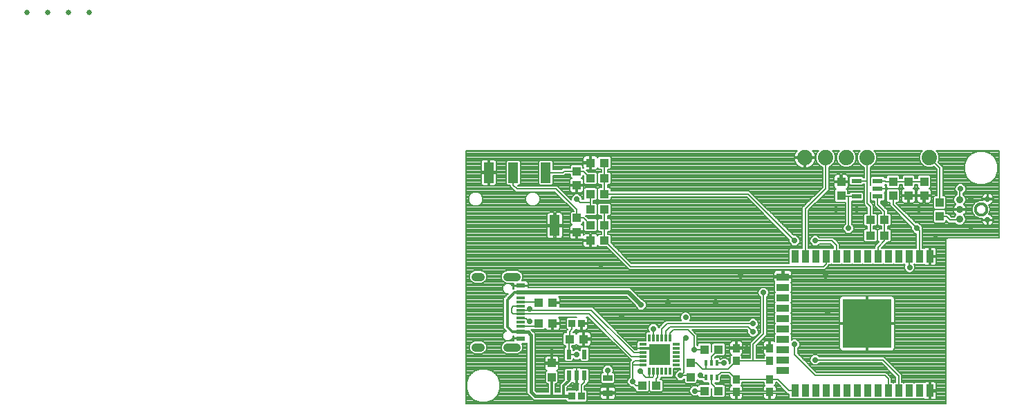
<source format=gtl>
G75*
%MOIN*%
%OFA0B0*%
%FSLAX25Y25*%
%IPPOS*%
%LPD*%
%AMOC8*
5,1,8,0,0,1.08239X$1,22.5*
%
%ADD10R,0.04331X0.03937*%
%ADD11R,0.03346X0.03543*%
%ADD12R,0.03937X0.04331*%
%ADD13C,0.02500*%
%ADD14R,0.01181X0.02598*%
%ADD15R,0.03543X0.03937*%
%ADD16R,0.03543X0.05906*%
%ADD17R,0.05906X0.03543*%
%ADD18R,0.23622X0.23622*%
%ADD19R,0.02165X0.04724*%
%ADD20R,0.01181X0.03346*%
%ADD21R,0.03346X0.01181*%
%ADD22R,0.10039X0.10039*%
%ADD23R,0.04000X0.01181*%
%ADD24R,0.04000X0.02362*%
%ADD25R,0.04000X0.02165*%
%ADD26C,0.03937*%
%ADD27R,0.04724X0.09843*%
%ADD28R,0.04724X0.03150*%
%ADD29C,0.07400*%
%ADD30C,0.01181*%
%ADD31C,0.02756*%
%ADD32C,0.03543*%
%ADD33R,0.04724X0.02165*%
%ADD34C,0.02900*%
%ADD35C,0.00800*%
%ADD36C,0.00700*%
%ADD37C,0.01200*%
%ADD38C,0.01600*%
%ADD39C,0.02000*%
D10*
X0251654Y0080000D03*
X0258346Y0080000D03*
X0258346Y0090000D03*
X0251654Y0090000D03*
X0266654Y0072500D03*
X0273346Y0072500D03*
X0301654Y0050000D03*
X0308346Y0050000D03*
X0331654Y0047500D03*
X0338346Y0047500D03*
X0338346Y0067500D03*
X0331654Y0067500D03*
X0283346Y0120000D03*
X0276654Y0120000D03*
X0276654Y0127500D03*
X0283346Y0127500D03*
X0283346Y0135000D03*
X0276654Y0135000D03*
X0276654Y0142500D03*
X0283346Y0142500D03*
X0283346Y0150000D03*
X0276654Y0150000D03*
X0276654Y0157500D03*
X0283346Y0157500D03*
X0411654Y0130000D03*
X0418346Y0130000D03*
X0418346Y0122500D03*
X0411654Y0122500D03*
D11*
X0272283Y0080000D03*
X0267717Y0080000D03*
X0267717Y0045000D03*
X0272283Y0045000D03*
D12*
X0258000Y0054154D03*
X0258000Y0060846D03*
X0325000Y0060846D03*
X0325000Y0054154D03*
X0270000Y0124154D03*
X0270000Y0130846D03*
X0270000Y0146654D03*
X0270000Y0153346D03*
X0397500Y0148346D03*
X0397500Y0141654D03*
X0422500Y0141654D03*
X0430000Y0141654D03*
X0437500Y0141654D03*
X0445000Y0138346D03*
X0445000Y0131654D03*
X0437500Y0148346D03*
X0430000Y0148346D03*
X0422500Y0148346D03*
D13*
X0035000Y0230000D03*
X0025000Y0230000D03*
X0015000Y0230000D03*
X0005000Y0230000D03*
D14*
X0332441Y0061122D03*
X0335000Y0061122D03*
X0337559Y0061122D03*
X0337559Y0053878D03*
X0335000Y0053878D03*
X0332441Y0053878D03*
D15*
X0346929Y0053150D03*
X0346929Y0046850D03*
X0363071Y0046850D03*
X0363071Y0053150D03*
X0363071Y0061850D03*
X0363071Y0068150D03*
X0346929Y0068150D03*
X0346929Y0061850D03*
D16*
X0375315Y0047567D03*
X0380315Y0047567D03*
X0385315Y0047567D03*
X0390315Y0047567D03*
X0395315Y0047567D03*
X0400315Y0047567D03*
X0405315Y0047567D03*
X0410315Y0047567D03*
X0415315Y0047567D03*
X0420315Y0047567D03*
X0425315Y0047567D03*
X0430315Y0047567D03*
X0435315Y0047567D03*
X0440315Y0047567D03*
X0440315Y0112433D03*
X0435315Y0112433D03*
X0430315Y0112433D03*
X0425315Y0112433D03*
X0420315Y0112433D03*
X0415315Y0112433D03*
X0410315Y0112433D03*
X0405315Y0112433D03*
X0400315Y0112433D03*
X0395315Y0112433D03*
X0390315Y0112433D03*
X0385315Y0112433D03*
X0380315Y0112433D03*
X0375315Y0112433D03*
D17*
X0369449Y0102500D03*
X0369449Y0097500D03*
X0369449Y0092500D03*
X0369449Y0087500D03*
X0369449Y0082500D03*
X0369449Y0077500D03*
X0369449Y0072500D03*
X0369449Y0067500D03*
X0369449Y0062500D03*
X0369449Y0057500D03*
D18*
X0410000Y0080000D03*
D19*
X0273740Y0065119D03*
X0266260Y0065119D03*
X0266260Y0054881D03*
X0270000Y0054881D03*
X0273740Y0054881D03*
D20*
X0305079Y0056929D03*
X0307047Y0056929D03*
X0309016Y0056929D03*
X0310984Y0056929D03*
X0312953Y0056929D03*
X0314921Y0056929D03*
X0314921Y0073071D03*
X0312953Y0073071D03*
X0310984Y0073071D03*
X0309016Y0073071D03*
X0307047Y0073071D03*
X0305079Y0073071D03*
D21*
X0301929Y0069921D03*
X0301929Y0067953D03*
X0301929Y0065984D03*
X0301929Y0064016D03*
X0301929Y0062047D03*
X0301929Y0060079D03*
X0318071Y0060079D03*
X0318071Y0062047D03*
X0318071Y0064016D03*
X0318071Y0065984D03*
X0318071Y0067953D03*
X0318071Y0069921D03*
D22*
X0310000Y0065000D03*
D23*
X0243106Y0078610D03*
X0243106Y0080579D03*
X0243106Y0082547D03*
X0243106Y0084516D03*
X0243106Y0086484D03*
X0243106Y0088453D03*
X0243106Y0090421D03*
X0243106Y0092390D03*
D24*
X0243106Y0098197D03*
X0243106Y0072803D03*
D25*
X0243106Y0075854D03*
X0243106Y0095146D03*
D26*
X0241064Y0102508D02*
X0241064Y0102508D01*
X0236732Y0102508D01*
X0236732Y0102508D01*
X0241064Y0102508D01*
X0223622Y0102508D02*
X0223622Y0102508D01*
X0221260Y0102508D01*
X0221260Y0102508D01*
X0223622Y0102508D01*
X0223622Y0068492D02*
X0223622Y0068492D01*
X0221260Y0068492D01*
X0221260Y0068492D01*
X0223622Y0068492D01*
X0241064Y0068492D02*
X0241064Y0068492D01*
X0236732Y0068492D01*
X0236732Y0068492D01*
X0241064Y0068492D01*
D27*
X0259488Y0127205D03*
X0255157Y0152795D03*
X0239409Y0152795D03*
X0227598Y0152795D03*
D28*
X0285000Y0053543D03*
X0285000Y0046457D03*
D29*
X0380000Y0160000D03*
X0390000Y0160000D03*
X0400000Y0160000D03*
X0410000Y0160000D03*
X0440000Y0160000D03*
D30*
X0462244Y0135000D02*
X0462246Y0135105D01*
X0462252Y0135210D01*
X0462262Y0135314D01*
X0462276Y0135418D01*
X0462294Y0135522D01*
X0462316Y0135624D01*
X0462341Y0135726D01*
X0462371Y0135827D01*
X0462404Y0135926D01*
X0462441Y0136024D01*
X0462482Y0136121D01*
X0462527Y0136216D01*
X0462575Y0136309D01*
X0462626Y0136401D01*
X0462682Y0136490D01*
X0462740Y0136577D01*
X0462802Y0136662D01*
X0462866Y0136745D01*
X0462934Y0136825D01*
X0463005Y0136902D01*
X0463079Y0136976D01*
X0463156Y0137048D01*
X0463235Y0137117D01*
X0463317Y0137182D01*
X0463401Y0137245D01*
X0463488Y0137304D01*
X0463577Y0137360D01*
X0463668Y0137413D01*
X0463761Y0137462D01*
X0463855Y0137507D01*
X0463951Y0137549D01*
X0464049Y0137587D01*
X0464148Y0137621D01*
X0464249Y0137652D01*
X0464350Y0137678D01*
X0464453Y0137701D01*
X0464556Y0137720D01*
X0464660Y0137735D01*
X0464764Y0137746D01*
X0464869Y0137753D01*
X0464974Y0137756D01*
X0465079Y0137755D01*
X0465184Y0137750D01*
X0465288Y0137741D01*
X0465392Y0137728D01*
X0465496Y0137711D01*
X0465599Y0137690D01*
X0465701Y0137665D01*
X0465802Y0137637D01*
X0465901Y0137604D01*
X0466000Y0137568D01*
X0466097Y0137528D01*
X0466192Y0137485D01*
X0466286Y0137437D01*
X0466378Y0137387D01*
X0466468Y0137333D01*
X0466556Y0137275D01*
X0466641Y0137214D01*
X0466724Y0137150D01*
X0466805Y0137083D01*
X0466883Y0137013D01*
X0466958Y0136939D01*
X0467030Y0136864D01*
X0467100Y0136785D01*
X0467166Y0136704D01*
X0467230Y0136620D01*
X0467290Y0136534D01*
X0467346Y0136446D01*
X0467400Y0136355D01*
X0467450Y0136263D01*
X0467496Y0136169D01*
X0467539Y0136073D01*
X0467578Y0135975D01*
X0467613Y0135877D01*
X0467644Y0135776D01*
X0467672Y0135675D01*
X0467696Y0135573D01*
X0467716Y0135470D01*
X0467732Y0135366D01*
X0467744Y0135262D01*
X0467752Y0135157D01*
X0467756Y0135052D01*
X0467756Y0134948D01*
X0467752Y0134843D01*
X0467744Y0134738D01*
X0467732Y0134634D01*
X0467716Y0134530D01*
X0467696Y0134427D01*
X0467672Y0134325D01*
X0467644Y0134224D01*
X0467613Y0134123D01*
X0467578Y0134025D01*
X0467539Y0133927D01*
X0467496Y0133831D01*
X0467450Y0133737D01*
X0467400Y0133645D01*
X0467346Y0133554D01*
X0467290Y0133466D01*
X0467230Y0133380D01*
X0467166Y0133296D01*
X0467100Y0133215D01*
X0467030Y0133136D01*
X0466958Y0133061D01*
X0466883Y0132987D01*
X0466805Y0132917D01*
X0466724Y0132850D01*
X0466641Y0132786D01*
X0466556Y0132725D01*
X0466468Y0132667D01*
X0466378Y0132613D01*
X0466286Y0132563D01*
X0466192Y0132515D01*
X0466097Y0132472D01*
X0466000Y0132432D01*
X0465901Y0132396D01*
X0465802Y0132363D01*
X0465701Y0132335D01*
X0465599Y0132310D01*
X0465496Y0132289D01*
X0465392Y0132272D01*
X0465288Y0132259D01*
X0465184Y0132250D01*
X0465079Y0132245D01*
X0464974Y0132244D01*
X0464869Y0132247D01*
X0464764Y0132254D01*
X0464660Y0132265D01*
X0464556Y0132280D01*
X0464453Y0132299D01*
X0464350Y0132322D01*
X0464249Y0132348D01*
X0464148Y0132379D01*
X0464049Y0132413D01*
X0463951Y0132451D01*
X0463855Y0132493D01*
X0463761Y0132538D01*
X0463668Y0132587D01*
X0463577Y0132640D01*
X0463488Y0132696D01*
X0463401Y0132755D01*
X0463317Y0132818D01*
X0463235Y0132883D01*
X0463156Y0132952D01*
X0463079Y0133024D01*
X0463005Y0133098D01*
X0462934Y0133175D01*
X0462866Y0133255D01*
X0462802Y0133338D01*
X0462740Y0133423D01*
X0462682Y0133510D01*
X0462626Y0133599D01*
X0462575Y0133691D01*
X0462527Y0133784D01*
X0462482Y0133879D01*
X0462441Y0133976D01*
X0462404Y0134074D01*
X0462371Y0134173D01*
X0462341Y0134274D01*
X0462316Y0134376D01*
X0462294Y0134478D01*
X0462276Y0134582D01*
X0462262Y0134686D01*
X0462252Y0134790D01*
X0462246Y0134895D01*
X0462244Y0135000D01*
D31*
X0468150Y0129882D03*
X0468150Y0140118D03*
D32*
X0454685Y0139724D03*
X0454685Y0135000D03*
X0454685Y0130276D03*
D33*
X0415119Y0141260D03*
X0415119Y0145000D03*
X0415119Y0148740D03*
X0404881Y0148740D03*
X0404881Y0141260D03*
D34*
X0405000Y0135000D03*
X0395000Y0135000D03*
X0401000Y0126000D03*
X0385000Y0120000D03*
X0375000Y0120000D03*
X0390000Y0103000D03*
X0360000Y0094950D03*
X0349000Y0103000D03*
X0337000Y0090500D03*
X0322500Y0083000D03*
X0314000Y0090500D03*
X0301000Y0089000D03*
X0291500Y0083500D03*
X0307000Y0077500D03*
X0322500Y0073000D03*
X0326500Y0067500D03*
X0341111Y0060889D03*
X0329500Y0055000D03*
X0320000Y0055000D03*
X0327000Y0047500D03*
X0300500Y0056889D03*
X0297000Y0052000D03*
X0285000Y0057500D03*
X0270000Y0065000D03*
X0258000Y0066500D03*
X0247256Y0081160D03*
X0247256Y0087066D03*
X0281500Y0108500D03*
X0270000Y0140000D03*
X0391000Y0085500D03*
X0375000Y0070000D03*
X0385000Y0062500D03*
X0358000Y0067500D03*
X0352000Y0068000D03*
X0355000Y0076000D03*
X0355000Y0080000D03*
X0430500Y0107050D03*
X0443000Y0121000D03*
X0434000Y0126000D03*
X0435000Y0135000D03*
X0418500Y0138000D03*
X0455000Y0145000D03*
X0460000Y0140000D03*
X0460000Y0125000D03*
X0269000Y0049500D03*
D35*
X0216500Y0041500D02*
X0216500Y0163500D01*
X0376288Y0163500D01*
X0376110Y0163322D01*
X0375638Y0162673D01*
X0375274Y0161958D01*
X0375026Y0161194D01*
X0374900Y0160401D01*
X0374900Y0160400D01*
X0379600Y0160400D01*
X0379600Y0159600D01*
X0380400Y0159600D01*
X0380400Y0160400D01*
X0385100Y0160400D01*
X0385100Y0160401D01*
X0384974Y0161194D01*
X0384726Y0161958D01*
X0384362Y0162673D01*
X0383890Y0163322D01*
X0383712Y0163500D01*
X0386712Y0163500D01*
X0385931Y0162719D01*
X0385200Y0160955D01*
X0385200Y0159045D01*
X0385931Y0157281D01*
X0387281Y0155931D01*
X0388500Y0155426D01*
X0388500Y0145621D01*
X0378815Y0135936D01*
X0378815Y0116486D01*
X0378088Y0116486D01*
X0377815Y0116213D01*
X0377542Y0116486D01*
X0373088Y0116486D01*
X0372443Y0115841D01*
X0372443Y0109025D01*
X0372468Y0109000D01*
X0296468Y0109000D01*
X0286612Y0118856D01*
X0286612Y0122424D01*
X0285967Y0123068D01*
X0284846Y0123068D01*
X0284846Y0124431D01*
X0285967Y0124431D01*
X0286612Y0125076D01*
X0286612Y0129924D01*
X0285967Y0130568D01*
X0284846Y0130568D01*
X0284846Y0131931D01*
X0285967Y0131931D01*
X0286612Y0132576D01*
X0286612Y0137424D01*
X0285967Y0138068D01*
X0280725Y0138068D01*
X0280081Y0137424D01*
X0280081Y0132576D01*
X0280725Y0131931D01*
X0281846Y0131931D01*
X0281846Y0130568D01*
X0280725Y0130568D01*
X0280081Y0129924D01*
X0280081Y0125076D01*
X0280725Y0124431D01*
X0281846Y0124431D01*
X0281846Y0123068D01*
X0280725Y0123068D01*
X0280132Y0122475D01*
X0280123Y0122509D01*
X0279939Y0122828D01*
X0279679Y0123089D01*
X0279359Y0123273D01*
X0279003Y0123368D01*
X0277054Y0123368D01*
X0277054Y0120400D01*
X0276254Y0120400D01*
X0276254Y0123368D01*
X0274304Y0123368D01*
X0273948Y0123273D01*
X0273629Y0123089D01*
X0273368Y0122829D01*
X0273368Y0123754D01*
X0270400Y0123754D01*
X0270400Y0124554D01*
X0273368Y0124554D01*
X0273368Y0126503D01*
X0273273Y0126859D01*
X0273089Y0127179D01*
X0272828Y0127439D01*
X0272509Y0127623D01*
X0272475Y0127632D01*
X0273068Y0128225D01*
X0273068Y0128964D01*
X0273388Y0128644D01*
X0273388Y0125076D01*
X0274033Y0124431D01*
X0279275Y0124431D01*
X0279919Y0125076D01*
X0279919Y0129924D01*
X0279275Y0130568D01*
X0275706Y0130568D01*
X0274343Y0131931D01*
X0279275Y0131931D01*
X0279919Y0132576D01*
X0279919Y0137424D01*
X0279275Y0138068D01*
X0278154Y0138068D01*
X0278154Y0139431D01*
X0279275Y0139431D01*
X0279919Y0140076D01*
X0279919Y0144924D01*
X0279275Y0145568D01*
X0274033Y0145568D01*
X0273388Y0144924D01*
X0273388Y0140076D01*
X0273464Y0140000D01*
X0272550Y0140000D01*
X0272550Y0140507D01*
X0272162Y0141444D01*
X0271444Y0142162D01*
X0270507Y0142550D01*
X0269493Y0142550D01*
X0268556Y0142162D01*
X0267838Y0141444D01*
X0267450Y0140507D01*
X0267450Y0139671D01*
X0260621Y0146500D01*
X0241826Y0146500D01*
X0241552Y0146774D01*
X0242227Y0146774D01*
X0242872Y0147418D01*
X0242872Y0158172D01*
X0242227Y0158817D01*
X0236592Y0158817D01*
X0235947Y0158172D01*
X0235947Y0147418D01*
X0236592Y0146774D01*
X0237909Y0146774D01*
X0237909Y0146174D01*
X0238788Y0145295D01*
X0239705Y0144379D01*
X0240583Y0143500D01*
X0259379Y0143500D01*
X0268500Y0134379D01*
X0268500Y0134112D01*
X0267576Y0134112D01*
X0266931Y0133467D01*
X0266931Y0128225D01*
X0267525Y0127632D01*
X0267491Y0127623D01*
X0267172Y0127439D01*
X0266911Y0127179D01*
X0266727Y0126859D01*
X0266631Y0126503D01*
X0266631Y0124554D01*
X0269600Y0124554D01*
X0269600Y0123754D01*
X0266631Y0123754D01*
X0266631Y0121804D01*
X0266727Y0121448D01*
X0266911Y0121129D01*
X0267172Y0120868D01*
X0267491Y0120684D01*
X0267847Y0120588D01*
X0269600Y0120588D01*
X0269600Y0123753D01*
X0270400Y0123753D01*
X0270400Y0120588D01*
X0272153Y0120588D01*
X0272509Y0120684D01*
X0272828Y0120868D01*
X0273088Y0121128D01*
X0273088Y0120400D01*
X0276253Y0120400D01*
X0276253Y0119600D01*
X0273088Y0119600D01*
X0273088Y0117847D01*
X0273184Y0117491D01*
X0273368Y0117172D01*
X0273629Y0116911D01*
X0273948Y0116727D01*
X0274304Y0116631D01*
X0276254Y0116631D01*
X0276254Y0119600D01*
X0277054Y0119600D01*
X0277054Y0116631D01*
X0279003Y0116631D01*
X0279359Y0116727D01*
X0279679Y0116911D01*
X0279939Y0117172D01*
X0280123Y0117491D01*
X0280132Y0117525D01*
X0280725Y0116931D01*
X0284294Y0116931D01*
X0294346Y0106879D01*
X0295225Y0106000D01*
X0389621Y0106000D01*
X0390500Y0106879D01*
X0390936Y0107315D01*
X0391815Y0108194D01*
X0391815Y0108380D01*
X0392542Y0108380D01*
X0392815Y0108653D01*
X0393088Y0108380D01*
X0397542Y0108380D01*
X0397815Y0108653D01*
X0398088Y0108380D01*
X0402542Y0108380D01*
X0402815Y0108653D01*
X0403088Y0108380D01*
X0407542Y0108380D01*
X0407815Y0108653D01*
X0408088Y0108380D01*
X0412542Y0108380D01*
X0412815Y0108653D01*
X0413088Y0108380D01*
X0417542Y0108380D01*
X0417815Y0108653D01*
X0418088Y0108380D01*
X0422542Y0108380D01*
X0422815Y0108653D01*
X0423088Y0108380D01*
X0427542Y0108380D01*
X0427815Y0108653D01*
X0428088Y0108380D01*
X0428291Y0108380D01*
X0427950Y0107557D01*
X0427950Y0106543D01*
X0428338Y0105606D01*
X0429056Y0104888D01*
X0429993Y0104500D01*
X0431007Y0104500D01*
X0431944Y0104888D01*
X0432662Y0105606D01*
X0433050Y0106543D01*
X0433050Y0107557D01*
X0432662Y0108494D01*
X0432659Y0108497D01*
X0432815Y0108653D01*
X0433088Y0108380D01*
X0437542Y0108380D01*
X0437603Y0108441D01*
X0437684Y0108360D01*
X0438003Y0108176D01*
X0438359Y0108080D01*
X0439915Y0108080D01*
X0439915Y0112033D01*
X0440715Y0112033D01*
X0440715Y0108080D01*
X0442271Y0108080D01*
X0442627Y0108176D01*
X0442946Y0108360D01*
X0443207Y0108621D01*
X0443391Y0108940D01*
X0443487Y0109296D01*
X0443487Y0112033D01*
X0440715Y0112033D01*
X0440715Y0112833D01*
X0443487Y0112833D01*
X0443487Y0115570D01*
X0443391Y0115926D01*
X0443207Y0116245D01*
X0442946Y0116506D01*
X0442627Y0116690D01*
X0442271Y0116786D01*
X0440715Y0116786D01*
X0440715Y0112833D01*
X0439915Y0112833D01*
X0439915Y0116786D01*
X0438359Y0116786D01*
X0438003Y0116690D01*
X0437684Y0116506D01*
X0437603Y0116425D01*
X0437542Y0116486D01*
X0436815Y0116486D01*
X0436815Y0125306D01*
X0436550Y0125571D01*
X0436550Y0126507D01*
X0436162Y0127444D01*
X0435444Y0128162D01*
X0434507Y0128550D01*
X0433571Y0128550D01*
X0424000Y0138121D01*
X0424000Y0138388D01*
X0424924Y0138388D01*
X0425568Y0139033D01*
X0425568Y0144275D01*
X0424924Y0144919D01*
X0420076Y0144919D01*
X0419431Y0144275D01*
X0419431Y0139033D01*
X0420076Y0138388D01*
X0421000Y0138388D01*
X0421000Y0136879D01*
X0421879Y0136000D01*
X0431450Y0126429D01*
X0431450Y0125493D01*
X0431838Y0124556D01*
X0432556Y0123838D01*
X0433493Y0123450D01*
X0433815Y0123450D01*
X0433815Y0116486D01*
X0433088Y0116486D01*
X0432815Y0116213D01*
X0432542Y0116486D01*
X0428088Y0116486D01*
X0427815Y0116213D01*
X0427542Y0116486D01*
X0423088Y0116486D01*
X0422815Y0116213D01*
X0422542Y0116486D01*
X0418088Y0116486D01*
X0417815Y0116213D01*
X0417542Y0116486D01*
X0417107Y0116486D01*
X0419846Y0119225D01*
X0419846Y0119431D01*
X0420967Y0119431D01*
X0421612Y0120076D01*
X0421612Y0124924D01*
X0420967Y0125568D01*
X0419846Y0125568D01*
X0419846Y0126931D01*
X0420967Y0126931D01*
X0421612Y0127576D01*
X0421612Y0132424D01*
X0420967Y0133068D01*
X0419846Y0133068D01*
X0419846Y0134775D01*
X0416618Y0138003D01*
X0416618Y0139077D01*
X0417936Y0139077D01*
X0418581Y0139722D01*
X0418581Y0142798D01*
X0418461Y0142918D01*
X0418601Y0143058D01*
X0418785Y0143377D01*
X0418881Y0143733D01*
X0418881Y0144859D01*
X0415260Y0144859D01*
X0415260Y0145141D01*
X0418881Y0145141D01*
X0418881Y0146267D01*
X0418785Y0146623D01*
X0418656Y0146846D01*
X0419431Y0146846D01*
X0419431Y0145725D01*
X0420076Y0145081D01*
X0424924Y0145081D01*
X0425568Y0145725D01*
X0425568Y0146846D01*
X0426931Y0146846D01*
X0426931Y0145725D01*
X0427525Y0145132D01*
X0427491Y0145123D01*
X0427172Y0144939D01*
X0426911Y0144679D01*
X0426727Y0144359D01*
X0426631Y0144003D01*
X0426631Y0142054D01*
X0429600Y0142054D01*
X0429600Y0141254D01*
X0426631Y0141254D01*
X0426631Y0139304D01*
X0426727Y0138948D01*
X0426911Y0138629D01*
X0427172Y0138368D01*
X0427491Y0138184D01*
X0427847Y0138088D01*
X0429600Y0138088D01*
X0429600Y0141253D01*
X0430400Y0141253D01*
X0430400Y0138088D01*
X0432153Y0138088D01*
X0432509Y0138184D01*
X0432828Y0138368D01*
X0433089Y0138629D01*
X0433273Y0138948D01*
X0433368Y0139304D01*
X0433368Y0141254D01*
X0430400Y0141254D01*
X0430400Y0142054D01*
X0433368Y0142054D01*
X0433368Y0144003D01*
X0433273Y0144359D01*
X0433089Y0144679D01*
X0432828Y0144939D01*
X0432509Y0145123D01*
X0432475Y0145132D01*
X0433068Y0145725D01*
X0433068Y0146846D01*
X0434431Y0146846D01*
X0434431Y0145725D01*
X0435025Y0145132D01*
X0434991Y0145123D01*
X0434672Y0144939D01*
X0434411Y0144679D01*
X0434227Y0144359D01*
X0434131Y0144003D01*
X0434131Y0142054D01*
X0437100Y0142054D01*
X0437100Y0141254D01*
X0434131Y0141254D01*
X0434131Y0139304D01*
X0434227Y0138948D01*
X0434411Y0138629D01*
X0434672Y0138368D01*
X0434991Y0138184D01*
X0435347Y0138088D01*
X0437100Y0138088D01*
X0437100Y0141253D01*
X0437900Y0141253D01*
X0437900Y0138088D01*
X0439653Y0138088D01*
X0440009Y0138184D01*
X0440328Y0138368D01*
X0440589Y0138629D01*
X0440773Y0138948D01*
X0440868Y0139304D01*
X0440868Y0141254D01*
X0437900Y0141254D01*
X0437900Y0142054D01*
X0440868Y0142054D01*
X0440868Y0144003D01*
X0440773Y0144359D01*
X0440589Y0144679D01*
X0440328Y0144939D01*
X0440009Y0145123D01*
X0439975Y0145132D01*
X0440568Y0145725D01*
X0440568Y0150967D01*
X0439924Y0151612D01*
X0435076Y0151612D01*
X0434431Y0150967D01*
X0434431Y0149846D01*
X0433068Y0149846D01*
X0433068Y0150967D01*
X0432424Y0151612D01*
X0427576Y0151612D01*
X0426931Y0150967D01*
X0426931Y0149846D01*
X0425568Y0149846D01*
X0425568Y0150967D01*
X0424924Y0151612D01*
X0420076Y0151612D01*
X0419431Y0150967D01*
X0419431Y0150190D01*
X0419381Y0150240D01*
X0418581Y0150240D01*
X0418581Y0150278D01*
X0417936Y0150923D01*
X0412301Y0150923D01*
X0411656Y0150278D01*
X0411656Y0147202D01*
X0411776Y0147082D01*
X0411636Y0146942D01*
X0411500Y0146707D01*
X0411500Y0155426D01*
X0412719Y0155931D01*
X0414069Y0157281D01*
X0414800Y0159045D01*
X0414800Y0160955D01*
X0414069Y0162719D01*
X0413288Y0163500D01*
X0436712Y0163500D01*
X0435931Y0162719D01*
X0435200Y0160955D01*
X0435200Y0159045D01*
X0435931Y0157281D01*
X0437281Y0155931D01*
X0439045Y0155200D01*
X0440955Y0155200D01*
X0442174Y0155705D01*
X0443500Y0154379D01*
X0443500Y0141612D01*
X0442576Y0141612D01*
X0441931Y0140967D01*
X0441931Y0135725D01*
X0442576Y0135081D01*
X0447424Y0135081D01*
X0448068Y0135725D01*
X0448068Y0140967D01*
X0447424Y0141612D01*
X0446500Y0141612D01*
X0446500Y0155621D01*
X0445621Y0156500D01*
X0444295Y0157826D01*
X0444800Y0159045D01*
X0444800Y0160955D01*
X0444069Y0162719D01*
X0443288Y0163500D01*
X0473500Y0163500D01*
X0473500Y0121500D01*
X0448879Y0121500D01*
X0448000Y0120621D01*
X0448000Y0041500D01*
X0216500Y0041500D01*
X0216500Y0041597D02*
X0448000Y0041597D01*
X0448000Y0042396D02*
X0274680Y0042396D01*
X0274412Y0042128D02*
X0275057Y0042773D01*
X0275057Y0047227D01*
X0274412Y0047872D01*
X0273783Y0047872D01*
X0273783Y0049662D01*
X0274361Y0050240D01*
X0274361Y0050240D01*
X0275240Y0051119D01*
X0275240Y0051419D01*
X0275278Y0051419D01*
X0275923Y0052064D01*
X0275923Y0057699D01*
X0275278Y0058344D01*
X0272202Y0058344D01*
X0272082Y0058224D01*
X0271942Y0058364D01*
X0271623Y0058548D01*
X0271267Y0058644D01*
X0270141Y0058644D01*
X0270141Y0055023D01*
X0269859Y0055023D01*
X0269859Y0058644D01*
X0268733Y0058644D01*
X0268377Y0058548D01*
X0268058Y0058364D01*
X0267918Y0058224D01*
X0267798Y0058344D01*
X0264722Y0058344D01*
X0264077Y0057699D01*
X0264077Y0052731D01*
X0262050Y0050704D01*
X0262050Y0046900D01*
X0259700Y0046900D01*
X0259700Y0050888D01*
X0260424Y0050888D01*
X0261068Y0051533D01*
X0261068Y0056775D01*
X0260475Y0057368D01*
X0260509Y0057377D01*
X0260828Y0057561D01*
X0261089Y0057821D01*
X0261273Y0058141D01*
X0261368Y0058497D01*
X0261368Y0060446D01*
X0258400Y0060446D01*
X0258400Y0061246D01*
X0261368Y0061246D01*
X0261368Y0063196D01*
X0261273Y0063552D01*
X0261089Y0063871D01*
X0260828Y0064132D01*
X0260509Y0064316D01*
X0260153Y0064412D01*
X0258400Y0064412D01*
X0258400Y0061246D01*
X0257600Y0061246D01*
X0257600Y0060446D01*
X0254631Y0060446D01*
X0254631Y0058497D01*
X0254727Y0058141D01*
X0254911Y0057821D01*
X0255172Y0057561D01*
X0255491Y0057377D01*
X0255525Y0057368D01*
X0254931Y0056775D01*
X0254931Y0051533D01*
X0255576Y0050888D01*
X0256300Y0050888D01*
X0256300Y0046900D01*
X0250787Y0046900D01*
X0249900Y0047787D01*
X0249900Y0075287D01*
X0248787Y0076400D01*
X0248077Y0077110D01*
X0248854Y0077110D01*
X0249033Y0076931D01*
X0254275Y0076931D01*
X0254868Y0077525D01*
X0254877Y0077491D01*
X0255061Y0077172D01*
X0255321Y0076911D01*
X0255641Y0076727D01*
X0255997Y0076631D01*
X0257946Y0076631D01*
X0257946Y0079600D01*
X0258746Y0079600D01*
X0258746Y0076631D01*
X0260696Y0076631D01*
X0261052Y0076727D01*
X0261371Y0076911D01*
X0261632Y0077172D01*
X0261816Y0077491D01*
X0261912Y0077847D01*
X0261912Y0079600D01*
X0258746Y0079600D01*
X0258746Y0080400D01*
X0261912Y0080400D01*
X0261912Y0082153D01*
X0261816Y0082509D01*
X0261632Y0082828D01*
X0261444Y0083016D01*
X0269965Y0083016D01*
X0269751Y0082892D01*
X0269730Y0082872D01*
X0265588Y0082872D01*
X0264943Y0082227D01*
X0264943Y0077773D01*
X0265547Y0077169D01*
X0265154Y0076775D01*
X0265154Y0075568D01*
X0264033Y0075568D01*
X0263388Y0074924D01*
X0263388Y0070076D01*
X0264033Y0069431D01*
X0264760Y0069431D01*
X0264760Y0068581D01*
X0264722Y0068581D01*
X0264077Y0067936D01*
X0264077Y0062301D01*
X0264722Y0061656D01*
X0267798Y0061656D01*
X0268443Y0062301D01*
X0268443Y0062951D01*
X0268556Y0062838D01*
X0269493Y0062450D01*
X0270507Y0062450D01*
X0271444Y0062838D01*
X0271557Y0062951D01*
X0271557Y0062301D01*
X0272202Y0061656D01*
X0275278Y0061656D01*
X0275923Y0062301D01*
X0275923Y0067936D01*
X0275278Y0068581D01*
X0272202Y0068581D01*
X0271557Y0067936D01*
X0271557Y0067049D01*
X0271444Y0067162D01*
X0270507Y0067550D01*
X0269493Y0067550D01*
X0268556Y0067162D01*
X0268443Y0067049D01*
X0268443Y0067936D01*
X0267798Y0068581D01*
X0267760Y0068581D01*
X0267760Y0069431D01*
X0269275Y0069431D01*
X0269868Y0070025D01*
X0269877Y0069991D01*
X0270061Y0069672D01*
X0270321Y0069411D01*
X0270641Y0069227D01*
X0270997Y0069131D01*
X0272946Y0069131D01*
X0272946Y0072100D01*
X0273746Y0072100D01*
X0273746Y0069131D01*
X0275696Y0069131D01*
X0276052Y0069227D01*
X0276371Y0069411D01*
X0276632Y0069672D01*
X0276816Y0069991D01*
X0276912Y0070347D01*
X0276912Y0072100D01*
X0273746Y0072100D01*
X0273746Y0072900D01*
X0272946Y0072900D01*
X0272946Y0075868D01*
X0270997Y0075868D01*
X0270641Y0075773D01*
X0270321Y0075589D01*
X0270061Y0075328D01*
X0269877Y0075009D01*
X0269868Y0074975D01*
X0269275Y0075568D01*
X0268190Y0075568D01*
X0269217Y0076595D01*
X0269217Y0077128D01*
X0269730Y0077128D01*
X0269751Y0077108D01*
X0270070Y0076924D01*
X0270426Y0076828D01*
X0271883Y0076828D01*
X0271883Y0079600D01*
X0272683Y0079600D01*
X0272683Y0076828D01*
X0274141Y0076828D01*
X0274497Y0076924D01*
X0274816Y0077108D01*
X0275077Y0077369D01*
X0275261Y0077688D01*
X0275357Y0078044D01*
X0275357Y0079600D01*
X0272684Y0079600D01*
X0272684Y0080400D01*
X0275357Y0080400D01*
X0275357Y0081956D01*
X0275261Y0082312D01*
X0275077Y0082631D01*
X0274816Y0082892D01*
X0274602Y0083016D01*
X0275363Y0083016D01*
X0295863Y0062516D01*
X0296430Y0062516D01*
X0296379Y0062464D01*
X0295500Y0061586D01*
X0295500Y0054106D01*
X0294838Y0053444D01*
X0294450Y0052507D01*
X0294450Y0051493D01*
X0294838Y0050556D01*
X0295556Y0049838D01*
X0296493Y0049450D01*
X0296929Y0049450D01*
X0297000Y0049379D01*
X0297879Y0048500D01*
X0298388Y0048500D01*
X0298388Y0047576D01*
X0299033Y0046931D01*
X0304275Y0046931D01*
X0304919Y0047576D01*
X0304919Y0052424D01*
X0304843Y0052500D01*
X0305157Y0052500D01*
X0305081Y0052424D01*
X0305081Y0047576D01*
X0305725Y0046931D01*
X0310967Y0046931D01*
X0311612Y0047576D01*
X0311612Y0052424D01*
X0310967Y0053068D01*
X0310190Y0053068D01*
X0310516Y0053394D01*
X0310516Y0054156D01*
X0315967Y0054156D01*
X0316612Y0054800D01*
X0316612Y0058388D01*
X0320000Y0058388D01*
X0320000Y0057550D01*
X0319493Y0057550D01*
X0318556Y0057162D01*
X0317838Y0056444D01*
X0317450Y0055507D01*
X0317450Y0054493D01*
X0317838Y0053556D01*
X0318556Y0052838D01*
X0319493Y0052450D01*
X0320507Y0052450D01*
X0321444Y0052838D01*
X0321931Y0053325D01*
X0321931Y0051533D01*
X0322576Y0050888D01*
X0327424Y0050888D01*
X0328068Y0051533D01*
X0328068Y0052833D01*
X0328993Y0052450D01*
X0329929Y0052450D01*
X0330001Y0052378D01*
X0330750Y0052378D01*
X0330750Y0052123D01*
X0331395Y0051479D01*
X0333487Y0051479D01*
X0333500Y0051492D01*
X0333500Y0050568D01*
X0329033Y0050568D01*
X0328388Y0049924D01*
X0328388Y0049685D01*
X0327507Y0050050D01*
X0326493Y0050050D01*
X0325556Y0049662D01*
X0324838Y0048944D01*
X0324450Y0048007D01*
X0324450Y0046993D01*
X0324838Y0046056D01*
X0325556Y0045338D01*
X0326493Y0044950D01*
X0327507Y0044950D01*
X0328388Y0045315D01*
X0328388Y0045076D01*
X0329033Y0044431D01*
X0334275Y0044431D01*
X0334919Y0045076D01*
X0334919Y0048806D01*
X0335081Y0048644D01*
X0335081Y0045076D01*
X0335725Y0044431D01*
X0340967Y0044431D01*
X0341612Y0045076D01*
X0341612Y0049924D01*
X0340967Y0050568D01*
X0337399Y0050568D01*
X0336500Y0051468D01*
X0336500Y0051492D01*
X0336513Y0051479D01*
X0338605Y0051479D01*
X0339250Y0052123D01*
X0339250Y0054128D01*
X0340121Y0055000D01*
X0342957Y0055000D01*
X0344057Y0053900D01*
X0344057Y0050725D01*
X0344651Y0050132D01*
X0344617Y0050123D01*
X0344298Y0049939D01*
X0344037Y0049679D01*
X0343853Y0049359D01*
X0343757Y0049003D01*
X0343757Y0047250D01*
X0346529Y0047250D01*
X0346529Y0046450D01*
X0347329Y0046450D01*
X0347329Y0043482D01*
X0348885Y0043482D01*
X0349241Y0043577D01*
X0349560Y0043762D01*
X0349821Y0044022D01*
X0350005Y0044341D01*
X0350101Y0044698D01*
X0350101Y0046450D01*
X0347329Y0046450D01*
X0347329Y0047250D01*
X0350101Y0047250D01*
X0350101Y0049003D01*
X0350005Y0049359D01*
X0349821Y0049679D01*
X0349560Y0049939D01*
X0349241Y0050123D01*
X0349208Y0050132D01*
X0349801Y0050725D01*
X0349801Y0051650D01*
X0360199Y0051650D01*
X0360199Y0050725D01*
X0360792Y0050132D01*
X0360759Y0050123D01*
X0360440Y0049939D01*
X0360179Y0049679D01*
X0359995Y0049359D01*
X0359899Y0049003D01*
X0359899Y0047250D01*
X0362671Y0047250D01*
X0362671Y0046450D01*
X0363471Y0046450D01*
X0363471Y0043482D01*
X0365027Y0043482D01*
X0365383Y0043577D01*
X0365702Y0043762D01*
X0365963Y0044022D01*
X0366147Y0044341D01*
X0366243Y0044698D01*
X0366243Y0046450D01*
X0363471Y0046450D01*
X0363471Y0047250D01*
X0366243Y0047250D01*
X0366243Y0049003D01*
X0366147Y0049359D01*
X0365963Y0049679D01*
X0365702Y0049939D01*
X0365383Y0050123D01*
X0365349Y0050132D01*
X0365943Y0050725D01*
X0365943Y0051650D01*
X0366229Y0051650D01*
X0371812Y0046067D01*
X0372443Y0046067D01*
X0372443Y0044159D01*
X0373088Y0043514D01*
X0377542Y0043514D01*
X0377815Y0043787D01*
X0378088Y0043514D01*
X0382542Y0043514D01*
X0382815Y0043787D01*
X0383088Y0043514D01*
X0387542Y0043514D01*
X0387815Y0043787D01*
X0388088Y0043514D01*
X0392542Y0043514D01*
X0392815Y0043787D01*
X0393088Y0043514D01*
X0397542Y0043514D01*
X0397815Y0043787D01*
X0398088Y0043514D01*
X0402542Y0043514D01*
X0402815Y0043787D01*
X0403088Y0043514D01*
X0407542Y0043514D01*
X0407815Y0043787D01*
X0408088Y0043514D01*
X0412542Y0043514D01*
X0412815Y0043787D01*
X0413088Y0043514D01*
X0417542Y0043514D01*
X0417815Y0043787D01*
X0418088Y0043514D01*
X0422542Y0043514D01*
X0422815Y0043787D01*
X0423088Y0043514D01*
X0427542Y0043514D01*
X0427815Y0043787D01*
X0428088Y0043514D01*
X0432542Y0043514D01*
X0432815Y0043787D01*
X0433088Y0043514D01*
X0437542Y0043514D01*
X0437603Y0043575D01*
X0437684Y0043494D01*
X0438003Y0043310D01*
X0438359Y0043214D01*
X0439915Y0043214D01*
X0439915Y0047167D01*
X0440715Y0047167D01*
X0440715Y0047967D01*
X0439915Y0047967D01*
X0439915Y0051920D01*
X0438359Y0051920D01*
X0438003Y0051824D01*
X0437684Y0051640D01*
X0437603Y0051559D01*
X0437542Y0051620D01*
X0433088Y0051620D01*
X0432815Y0051347D01*
X0432542Y0051620D01*
X0428088Y0051620D01*
X0427815Y0051347D01*
X0427542Y0051620D01*
X0426815Y0051620D01*
X0426815Y0055306D01*
X0418121Y0064000D01*
X0387106Y0064000D01*
X0386444Y0064662D01*
X0385507Y0065050D01*
X0384493Y0065050D01*
X0383556Y0064662D01*
X0382838Y0063944D01*
X0382450Y0063007D01*
X0382450Y0061993D01*
X0382838Y0061056D01*
X0383556Y0060338D01*
X0384493Y0059950D01*
X0385507Y0059950D01*
X0386444Y0060338D01*
X0387106Y0061000D01*
X0416879Y0061000D01*
X0423815Y0054064D01*
X0423815Y0051620D01*
X0423088Y0051620D01*
X0422815Y0051347D01*
X0422542Y0051620D01*
X0421815Y0051620D01*
X0421815Y0053806D01*
X0420000Y0055621D01*
X0419121Y0056500D01*
X0385621Y0056500D01*
X0376500Y0065621D01*
X0376500Y0067894D01*
X0377162Y0068556D01*
X0377550Y0069493D01*
X0377550Y0070507D01*
X0377162Y0071444D01*
X0376444Y0072162D01*
X0375507Y0072550D01*
X0374493Y0072550D01*
X0373556Y0072162D01*
X0373502Y0072108D01*
X0373502Y0074727D01*
X0373229Y0075000D01*
X0373502Y0075273D01*
X0373502Y0079727D01*
X0373229Y0080000D01*
X0373502Y0080273D01*
X0373502Y0084727D01*
X0373229Y0085000D01*
X0373502Y0085273D01*
X0373502Y0089727D01*
X0373229Y0090000D01*
X0373502Y0090273D01*
X0373502Y0094727D01*
X0373229Y0095000D01*
X0373502Y0095273D01*
X0373502Y0099727D01*
X0373441Y0099788D01*
X0373522Y0099869D01*
X0373706Y0100188D01*
X0373802Y0100544D01*
X0373802Y0102100D01*
X0369849Y0102100D01*
X0369849Y0102900D01*
X0373802Y0102900D01*
X0373802Y0104456D01*
X0373706Y0104812D01*
X0373522Y0105131D01*
X0373261Y0105392D01*
X0372942Y0105576D01*
X0372586Y0105672D01*
X0369849Y0105672D01*
X0369849Y0102900D01*
X0369049Y0102900D01*
X0369049Y0105672D01*
X0366312Y0105672D01*
X0365956Y0105576D01*
X0365636Y0105392D01*
X0365376Y0105131D01*
X0365191Y0104812D01*
X0365096Y0104456D01*
X0365096Y0102900D01*
X0369049Y0102900D01*
X0369049Y0102100D01*
X0365096Y0102100D01*
X0365096Y0100544D01*
X0365191Y0100188D01*
X0365376Y0099869D01*
X0365457Y0099788D01*
X0365396Y0099727D01*
X0365396Y0095273D01*
X0365669Y0095000D01*
X0365396Y0094727D01*
X0365396Y0090273D01*
X0365669Y0090000D01*
X0365396Y0089727D01*
X0365396Y0085273D01*
X0365669Y0085000D01*
X0365396Y0084727D01*
X0365396Y0080273D01*
X0365669Y0080000D01*
X0365396Y0079727D01*
X0365396Y0075273D01*
X0365669Y0075000D01*
X0365396Y0074727D01*
X0365396Y0071415D01*
X0365383Y0071423D01*
X0365027Y0071518D01*
X0363471Y0071518D01*
X0363471Y0068550D01*
X0362671Y0068550D01*
X0362671Y0071518D01*
X0361115Y0071518D01*
X0360759Y0071423D01*
X0360440Y0071238D01*
X0360179Y0070978D01*
X0359995Y0070658D01*
X0359899Y0070302D01*
X0359899Y0068550D01*
X0362671Y0068550D01*
X0362671Y0067750D01*
X0359899Y0067750D01*
X0359899Y0065997D01*
X0359995Y0065641D01*
X0360179Y0065321D01*
X0360440Y0065061D01*
X0360759Y0064877D01*
X0360792Y0064868D01*
X0360199Y0064275D01*
X0360199Y0063350D01*
X0356500Y0063350D01*
X0356500Y0069379D01*
X0360621Y0073500D01*
X0361500Y0074379D01*
X0361500Y0092844D01*
X0362162Y0093506D01*
X0362550Y0094443D01*
X0362550Y0095457D01*
X0362162Y0096394D01*
X0361444Y0097112D01*
X0360507Y0097500D01*
X0359493Y0097500D01*
X0358556Y0097112D01*
X0357838Y0096394D01*
X0357450Y0095457D01*
X0357450Y0094443D01*
X0357838Y0093506D01*
X0358500Y0092844D01*
X0358500Y0075621D01*
X0353500Y0070621D01*
X0353500Y0063350D01*
X0349801Y0063350D01*
X0349801Y0064275D01*
X0349208Y0064868D01*
X0349241Y0064877D01*
X0349560Y0065061D01*
X0349821Y0065321D01*
X0350005Y0065641D01*
X0350101Y0065997D01*
X0350101Y0067750D01*
X0347329Y0067750D01*
X0347329Y0068550D01*
X0346529Y0068550D01*
X0346529Y0071518D01*
X0344973Y0071518D01*
X0344617Y0071423D01*
X0344298Y0071238D01*
X0344037Y0070978D01*
X0343853Y0070658D01*
X0343757Y0070302D01*
X0343757Y0068550D01*
X0346529Y0068550D01*
X0346529Y0067750D01*
X0343757Y0067750D01*
X0343757Y0065997D01*
X0343853Y0065641D01*
X0344037Y0065321D01*
X0344298Y0065061D01*
X0344617Y0064877D01*
X0344651Y0064868D01*
X0344057Y0064275D01*
X0344057Y0061100D01*
X0343661Y0060704D01*
X0343661Y0061396D01*
X0343273Y0062333D01*
X0342555Y0063051D01*
X0341618Y0063439D01*
X0340604Y0063439D01*
X0339667Y0063051D01*
X0339250Y0062634D01*
X0339250Y0062877D01*
X0338605Y0063521D01*
X0336513Y0063521D01*
X0336500Y0063508D01*
X0336500Y0063532D01*
X0337399Y0064431D01*
X0340967Y0064431D01*
X0341612Y0065076D01*
X0341612Y0069924D01*
X0340967Y0070568D01*
X0335725Y0070568D01*
X0335081Y0069924D01*
X0335081Y0066356D01*
X0334919Y0066194D01*
X0334919Y0069924D01*
X0334275Y0070568D01*
X0329033Y0070568D01*
X0328388Y0069924D01*
X0328388Y0069218D01*
X0328000Y0069606D01*
X0328000Y0074621D01*
X0327121Y0075500D01*
X0325621Y0077000D01*
X0352000Y0077000D01*
X0352463Y0076538D01*
X0352450Y0076507D01*
X0352450Y0075493D01*
X0352838Y0074556D01*
X0353556Y0073838D01*
X0354493Y0073450D01*
X0355507Y0073450D01*
X0356444Y0073838D01*
X0357162Y0074556D01*
X0357550Y0075493D01*
X0357550Y0076507D01*
X0357162Y0077444D01*
X0356606Y0078000D01*
X0357162Y0078556D01*
X0357550Y0079493D01*
X0357550Y0080507D01*
X0357162Y0081444D01*
X0356444Y0082162D01*
X0355507Y0082550D01*
X0354493Y0082550D01*
X0353556Y0082162D01*
X0352894Y0081500D01*
X0324606Y0081500D01*
X0324662Y0081556D01*
X0325050Y0082493D01*
X0325050Y0083507D01*
X0324662Y0084444D01*
X0323944Y0085162D01*
X0323007Y0085550D01*
X0321993Y0085550D01*
X0321056Y0085162D01*
X0320338Y0084444D01*
X0319950Y0083507D01*
X0319950Y0082493D01*
X0320338Y0081556D01*
X0320394Y0081500D01*
X0312879Y0081500D01*
X0312000Y0080621D01*
X0310379Y0079000D01*
X0309502Y0078123D01*
X0309162Y0078944D01*
X0308444Y0079662D01*
X0307507Y0080050D01*
X0306493Y0080050D01*
X0305556Y0079662D01*
X0304838Y0078944D01*
X0304450Y0078007D01*
X0304450Y0076993D01*
X0304838Y0076056D01*
X0305050Y0075844D01*
X0304033Y0075844D01*
X0303388Y0075200D01*
X0303388Y0071612D01*
X0299800Y0071612D01*
X0299156Y0070967D01*
X0299156Y0069423D01*
X0299136Y0069403D01*
X0298951Y0069084D01*
X0298856Y0068728D01*
X0298856Y0067953D01*
X0301929Y0067953D01*
X0301929Y0067953D01*
X0298856Y0067953D01*
X0298856Y0067484D01*
X0298137Y0067484D01*
X0277637Y0087984D01*
X0261912Y0087984D01*
X0261912Y0089600D01*
X0258746Y0089600D01*
X0258746Y0090400D01*
X0261912Y0090400D01*
X0261912Y0092153D01*
X0261816Y0092509D01*
X0261632Y0092828D01*
X0261415Y0093046D01*
X0293984Y0093046D01*
X0298450Y0088580D01*
X0298450Y0088493D01*
X0298838Y0087556D01*
X0299556Y0086838D01*
X0300493Y0086450D01*
X0301507Y0086450D01*
X0302444Y0086838D01*
X0303162Y0087556D01*
X0303550Y0088493D01*
X0303550Y0089507D01*
X0303162Y0090444D01*
X0302444Y0091162D01*
X0301507Y0091550D01*
X0301420Y0091550D01*
X0295724Y0097246D01*
X0246506Y0097246D01*
X0246506Y0098006D01*
X0243297Y0098006D01*
X0243297Y0098387D01*
X0246506Y0098387D01*
X0246506Y0099562D01*
X0246411Y0099918D01*
X0246227Y0100238D01*
X0245966Y0100498D01*
X0245647Y0100683D01*
X0245291Y0100778D01*
X0243668Y0100778D01*
X0244131Y0101898D01*
X0244131Y0103118D01*
X0243664Y0104246D01*
X0242801Y0105109D01*
X0241673Y0105576D01*
X0236122Y0105576D01*
X0234994Y0105109D01*
X0234131Y0104246D01*
X0233664Y0103118D01*
X0233664Y0101898D01*
X0234131Y0100770D01*
X0234994Y0099907D01*
X0236122Y0099439D01*
X0239706Y0099439D01*
X0239706Y0098387D01*
X0242916Y0098387D01*
X0242916Y0098006D01*
X0239706Y0098006D01*
X0239706Y0096831D01*
X0239742Y0096700D01*
X0239296Y0096700D01*
X0239191Y0096595D01*
X0239191Y0097864D01*
X0237797Y0099257D01*
X0235825Y0099257D01*
X0234431Y0097864D01*
X0234431Y0095892D01*
X0235825Y0094498D01*
X0237094Y0094498D01*
X0235796Y0093200D01*
X0234800Y0092204D01*
X0234800Y0077796D01*
X0236094Y0076502D01*
X0235825Y0076502D01*
X0234431Y0075108D01*
X0234431Y0073136D01*
X0235825Y0071743D01*
X0237797Y0071743D01*
X0239191Y0073136D01*
X0239191Y0074154D01*
X0239706Y0074154D01*
X0239706Y0072994D01*
X0242916Y0072994D01*
X0242916Y0072613D01*
X0239706Y0072613D01*
X0239706Y0071561D01*
X0236122Y0071561D01*
X0234994Y0071093D01*
X0234131Y0070230D01*
X0233664Y0069102D01*
X0233664Y0067882D01*
X0234131Y0066754D01*
X0234994Y0065891D01*
X0236122Y0065424D01*
X0241673Y0065424D01*
X0242801Y0065891D01*
X0243664Y0066754D01*
X0244131Y0067882D01*
X0244131Y0069102D01*
X0243668Y0070222D01*
X0245291Y0070222D01*
X0245647Y0070317D01*
X0245966Y0070502D01*
X0246100Y0070636D01*
X0246100Y0046213D01*
X0248100Y0044213D01*
X0249213Y0043100D01*
X0264943Y0043100D01*
X0264943Y0042773D01*
X0265588Y0042128D01*
X0269845Y0042128D01*
X0270000Y0042283D01*
X0270155Y0042128D01*
X0274412Y0042128D01*
X0275057Y0043194D02*
X0448000Y0043194D01*
X0448000Y0043993D02*
X0443344Y0043993D01*
X0443391Y0044074D02*
X0443487Y0044430D01*
X0443487Y0047167D01*
X0440715Y0047167D01*
X0440715Y0043214D01*
X0442271Y0043214D01*
X0442627Y0043310D01*
X0442946Y0043494D01*
X0443207Y0043755D01*
X0443391Y0044074D01*
X0443487Y0044791D02*
X0448000Y0044791D01*
X0448000Y0045590D02*
X0443487Y0045590D01*
X0443487Y0046388D02*
X0448000Y0046388D01*
X0448000Y0047187D02*
X0440715Y0047187D01*
X0440715Y0047967D02*
X0443487Y0047967D01*
X0443487Y0050704D01*
X0443391Y0051060D01*
X0443207Y0051379D01*
X0442946Y0051640D01*
X0442627Y0051824D01*
X0442271Y0051920D01*
X0440715Y0051920D01*
X0440715Y0047967D01*
X0440715Y0047985D02*
X0439915Y0047985D01*
X0439915Y0048784D02*
X0440715Y0048784D01*
X0440715Y0049582D02*
X0439915Y0049582D01*
X0439915Y0050381D02*
X0440715Y0050381D01*
X0440715Y0051179D02*
X0439915Y0051179D01*
X0443322Y0051179D02*
X0448000Y0051179D01*
X0448000Y0050381D02*
X0443487Y0050381D01*
X0443487Y0049582D02*
X0448000Y0049582D01*
X0448000Y0048784D02*
X0443487Y0048784D01*
X0443487Y0047985D02*
X0448000Y0047985D01*
X0440715Y0046388D02*
X0439915Y0046388D01*
X0439915Y0045590D02*
X0440715Y0045590D01*
X0440715Y0044791D02*
X0439915Y0044791D01*
X0439915Y0043993D02*
X0440715Y0043993D01*
X0425315Y0047567D02*
X0425315Y0054685D01*
X0417500Y0062500D01*
X0385000Y0062500D01*
X0382629Y0061560D02*
X0380562Y0061560D01*
X0381360Y0060761D02*
X0383132Y0060761D01*
X0382159Y0059963D02*
X0384462Y0059963D01*
X0385538Y0059963D02*
X0417916Y0059963D01*
X0417117Y0060761D02*
X0386868Y0060761D01*
X0383756Y0058366D02*
X0419513Y0058366D01*
X0418714Y0059164D02*
X0382957Y0059164D01*
X0384554Y0057567D02*
X0420311Y0057567D01*
X0421110Y0056769D02*
X0385353Y0056769D01*
X0385000Y0055000D02*
X0418500Y0055000D01*
X0420315Y0053185D01*
X0420315Y0047567D01*
X0421815Y0051978D02*
X0423815Y0051978D01*
X0423815Y0052776D02*
X0421815Y0052776D01*
X0421815Y0053575D02*
X0423815Y0053575D01*
X0423505Y0054373D02*
X0421248Y0054373D01*
X0420450Y0055172D02*
X0422707Y0055172D01*
X0421908Y0055970D02*
X0419651Y0055970D01*
X0423756Y0058366D02*
X0448000Y0058366D01*
X0448000Y0059164D02*
X0422957Y0059164D01*
X0422159Y0059963D02*
X0448000Y0059963D01*
X0448000Y0060761D02*
X0421360Y0060761D01*
X0420562Y0061560D02*
X0448000Y0061560D01*
X0448000Y0062358D02*
X0419763Y0062358D01*
X0418964Y0063157D02*
X0448000Y0063157D01*
X0448000Y0063955D02*
X0418166Y0063955D01*
X0421995Y0066789D02*
X0422351Y0066884D01*
X0422671Y0067069D01*
X0422931Y0067329D01*
X0423116Y0067649D01*
X0423211Y0068005D01*
X0423211Y0079600D01*
X0410400Y0079600D01*
X0410400Y0080400D01*
X0423211Y0080400D01*
X0423211Y0091995D01*
X0423116Y0092351D01*
X0422931Y0092671D01*
X0422671Y0092931D01*
X0422351Y0093116D01*
X0421995Y0093211D01*
X0410400Y0093211D01*
X0410400Y0080400D01*
X0409600Y0080400D01*
X0409600Y0093211D01*
X0398005Y0093211D01*
X0397649Y0093116D01*
X0397329Y0092931D01*
X0397069Y0092671D01*
X0396884Y0092351D01*
X0396789Y0091995D01*
X0396789Y0080400D01*
X0409600Y0080400D01*
X0409600Y0079600D01*
X0410400Y0079600D01*
X0410400Y0066789D01*
X0421995Y0066789D01*
X0422751Y0067149D02*
X0448000Y0067149D01*
X0448000Y0066351D02*
X0376500Y0066351D01*
X0376500Y0067149D02*
X0397249Y0067149D01*
X0397329Y0067069D02*
X0397069Y0067329D01*
X0396884Y0067649D01*
X0396789Y0068005D01*
X0396789Y0079600D01*
X0409600Y0079600D01*
X0409600Y0066789D01*
X0398005Y0066789D01*
X0397649Y0066884D01*
X0397329Y0067069D01*
X0396804Y0067948D02*
X0376554Y0067948D01*
X0377241Y0068746D02*
X0396789Y0068746D01*
X0396789Y0069545D02*
X0377550Y0069545D01*
X0377550Y0070343D02*
X0396789Y0070343D01*
X0396789Y0071142D02*
X0377287Y0071142D01*
X0376666Y0071940D02*
X0396789Y0071940D01*
X0396789Y0072739D02*
X0373502Y0072739D01*
X0373502Y0073537D02*
X0396789Y0073537D01*
X0396789Y0074336D02*
X0373502Y0074336D01*
X0373363Y0075134D02*
X0396789Y0075134D01*
X0396789Y0075933D02*
X0373502Y0075933D01*
X0373502Y0076732D02*
X0396789Y0076732D01*
X0396789Y0077530D02*
X0373502Y0077530D01*
X0373502Y0078329D02*
X0396789Y0078329D01*
X0396789Y0079127D02*
X0373502Y0079127D01*
X0373303Y0079926D02*
X0409600Y0079926D01*
X0409600Y0080724D02*
X0410400Y0080724D01*
X0410400Y0079926D02*
X0448000Y0079926D01*
X0448000Y0080724D02*
X0423211Y0080724D01*
X0423211Y0081523D02*
X0448000Y0081523D01*
X0448000Y0082321D02*
X0423211Y0082321D01*
X0423211Y0083120D02*
X0448000Y0083120D01*
X0448000Y0083918D02*
X0423211Y0083918D01*
X0423211Y0084717D02*
X0448000Y0084717D01*
X0448000Y0085515D02*
X0423211Y0085515D01*
X0423211Y0086314D02*
X0448000Y0086314D01*
X0448000Y0087112D02*
X0423211Y0087112D01*
X0423211Y0087911D02*
X0448000Y0087911D01*
X0448000Y0088709D02*
X0423211Y0088709D01*
X0423211Y0089508D02*
X0448000Y0089508D01*
X0448000Y0090306D02*
X0423211Y0090306D01*
X0423211Y0091105D02*
X0448000Y0091105D01*
X0448000Y0091903D02*
X0423211Y0091903D01*
X0422900Y0092702D02*
X0448000Y0092702D01*
X0448000Y0093500D02*
X0373502Y0093500D01*
X0373502Y0092702D02*
X0397100Y0092702D01*
X0396789Y0091903D02*
X0373502Y0091903D01*
X0373502Y0091105D02*
X0396789Y0091105D01*
X0396789Y0090306D02*
X0373502Y0090306D01*
X0373502Y0089508D02*
X0396789Y0089508D01*
X0396789Y0088709D02*
X0373502Y0088709D01*
X0373502Y0087911D02*
X0396789Y0087911D01*
X0396789Y0087112D02*
X0373502Y0087112D01*
X0373502Y0086314D02*
X0396789Y0086314D01*
X0396789Y0085515D02*
X0373502Y0085515D01*
X0373502Y0084717D02*
X0396789Y0084717D01*
X0396789Y0083918D02*
X0373502Y0083918D01*
X0373502Y0083120D02*
X0396789Y0083120D01*
X0396789Y0082321D02*
X0373502Y0082321D01*
X0373502Y0081523D02*
X0396789Y0081523D01*
X0396789Y0080724D02*
X0373502Y0080724D01*
X0365594Y0079926D02*
X0361500Y0079926D01*
X0361500Y0080724D02*
X0365396Y0080724D01*
X0365396Y0081523D02*
X0361500Y0081523D01*
X0361500Y0082321D02*
X0365396Y0082321D01*
X0365396Y0083120D02*
X0361500Y0083120D01*
X0361500Y0083918D02*
X0365396Y0083918D01*
X0365396Y0084717D02*
X0361500Y0084717D01*
X0361500Y0085515D02*
X0365396Y0085515D01*
X0365396Y0086314D02*
X0361500Y0086314D01*
X0361500Y0087112D02*
X0365396Y0087112D01*
X0365396Y0087911D02*
X0361500Y0087911D01*
X0361500Y0088709D02*
X0365396Y0088709D01*
X0365396Y0089508D02*
X0361500Y0089508D01*
X0361500Y0090306D02*
X0365396Y0090306D01*
X0365396Y0091105D02*
X0361500Y0091105D01*
X0361500Y0091903D02*
X0365396Y0091903D01*
X0365396Y0092702D02*
X0361500Y0092702D01*
X0362156Y0093500D02*
X0365396Y0093500D01*
X0365396Y0094299D02*
X0362490Y0094299D01*
X0362550Y0095097D02*
X0365571Y0095097D01*
X0365396Y0095896D02*
X0362368Y0095896D01*
X0361862Y0096694D02*
X0365396Y0096694D01*
X0365396Y0097493D02*
X0360525Y0097493D01*
X0359475Y0097493D02*
X0246506Y0097493D01*
X0246506Y0099090D02*
X0365396Y0099090D01*
X0365396Y0098291D02*
X0243297Y0098291D01*
X0242916Y0098291D02*
X0238763Y0098291D01*
X0239191Y0097493D02*
X0239706Y0097493D01*
X0239290Y0096694D02*
X0239191Y0096694D01*
X0239706Y0099090D02*
X0237964Y0099090D01*
X0235658Y0099090D02*
X0216500Y0099090D01*
X0216500Y0099888D02*
X0219566Y0099888D01*
X0219522Y0099907D02*
X0220649Y0099439D01*
X0224232Y0099439D01*
X0225360Y0099907D01*
X0226223Y0100770D01*
X0226691Y0101898D01*
X0226691Y0103118D01*
X0226223Y0104246D01*
X0225360Y0105109D01*
X0224232Y0105576D01*
X0220649Y0105576D01*
X0219522Y0105109D01*
X0218658Y0104246D01*
X0218191Y0103118D01*
X0218191Y0101898D01*
X0218658Y0100770D01*
X0219522Y0099907D01*
X0218741Y0100687D02*
X0216500Y0100687D01*
X0216500Y0101485D02*
X0218362Y0101485D01*
X0218191Y0102284D02*
X0216500Y0102284D01*
X0216500Y0103082D02*
X0218191Y0103082D01*
X0218507Y0103881D02*
X0216500Y0103881D01*
X0216500Y0104679D02*
X0219092Y0104679D01*
X0220412Y0105478D02*
X0216500Y0105478D01*
X0216500Y0106276D02*
X0294949Y0106276D01*
X0294150Y0107075D02*
X0216500Y0107075D01*
X0216500Y0107873D02*
X0293352Y0107873D01*
X0292553Y0108672D02*
X0216500Y0108672D01*
X0216500Y0109470D02*
X0291755Y0109470D01*
X0290956Y0110269D02*
X0216500Y0110269D01*
X0216500Y0111068D02*
X0290158Y0111068D01*
X0289359Y0111866D02*
X0216500Y0111866D01*
X0216500Y0112665D02*
X0288561Y0112665D01*
X0287762Y0113463D02*
X0216500Y0113463D01*
X0216500Y0114262D02*
X0286964Y0114262D01*
X0286165Y0115060D02*
X0216500Y0115060D01*
X0216500Y0115859D02*
X0285367Y0115859D01*
X0284568Y0116657D02*
X0279099Y0116657D01*
X0280103Y0117456D02*
X0280201Y0117456D01*
X0277054Y0117456D02*
X0276254Y0117456D01*
X0276254Y0118254D02*
X0277054Y0118254D01*
X0277054Y0119053D02*
X0276254Y0119053D01*
X0276253Y0119851D02*
X0216500Y0119851D01*
X0216500Y0119053D02*
X0273088Y0119053D01*
X0273088Y0118254D02*
X0216500Y0118254D01*
X0216500Y0117456D02*
X0273204Y0117456D01*
X0274208Y0116657D02*
X0216500Y0116657D01*
X0216500Y0120650D02*
X0267618Y0120650D01*
X0266727Y0121448D02*
X0262985Y0121448D01*
X0262971Y0121424D02*
X0263155Y0121743D01*
X0263250Y0122099D01*
X0263250Y0126805D01*
X0259888Y0126805D01*
X0259888Y0127605D01*
X0259088Y0127605D01*
X0259088Y0133526D01*
X0256942Y0133526D01*
X0256586Y0133431D01*
X0256266Y0133246D01*
X0256006Y0132986D01*
X0255821Y0132666D01*
X0255726Y0132310D01*
X0255726Y0127605D01*
X0259088Y0127605D01*
X0259088Y0126805D01*
X0255726Y0126805D01*
X0255726Y0122099D01*
X0255821Y0121743D01*
X0256006Y0121424D01*
X0256266Y0121163D01*
X0256586Y0120979D01*
X0256942Y0120883D01*
X0259088Y0120883D01*
X0259088Y0126805D01*
X0259888Y0126805D01*
X0259888Y0120883D01*
X0262035Y0120883D01*
X0262391Y0120979D01*
X0262710Y0121163D01*
X0262971Y0121424D01*
X0263250Y0122247D02*
X0266631Y0122247D01*
X0266631Y0123045D02*
X0263250Y0123045D01*
X0263250Y0123844D02*
X0269600Y0123844D01*
X0269600Y0123045D02*
X0270400Y0123045D01*
X0270400Y0122247D02*
X0269600Y0122247D01*
X0269600Y0121448D02*
X0270400Y0121448D01*
X0270400Y0120650D02*
X0269600Y0120650D01*
X0272382Y0120650D02*
X0273088Y0120650D01*
X0273368Y0123045D02*
X0273585Y0123045D01*
X0273368Y0124642D02*
X0273822Y0124642D01*
X0273388Y0125441D02*
X0273368Y0125441D01*
X0273368Y0126239D02*
X0273388Y0126239D01*
X0273388Y0127038D02*
X0273170Y0127038D01*
X0273388Y0127836D02*
X0272679Y0127836D01*
X0273068Y0128635D02*
X0273388Y0128635D01*
X0273307Y0130846D02*
X0276654Y0127500D01*
X0279919Y0127836D02*
X0280081Y0127836D01*
X0280081Y0127038D02*
X0279919Y0127038D01*
X0279919Y0126239D02*
X0280081Y0126239D01*
X0280081Y0125441D02*
X0279919Y0125441D01*
X0279485Y0124642D02*
X0280515Y0124642D01*
X0281846Y0123844D02*
X0270400Y0123844D01*
X0266631Y0124642D02*
X0263250Y0124642D01*
X0263250Y0125441D02*
X0266631Y0125441D01*
X0266631Y0126239D02*
X0263250Y0126239D01*
X0263250Y0127605D02*
X0263250Y0132310D01*
X0263155Y0132666D01*
X0262971Y0132986D01*
X0262710Y0133246D01*
X0262391Y0133431D01*
X0262035Y0133526D01*
X0259888Y0133526D01*
X0259888Y0127605D01*
X0263250Y0127605D01*
X0263250Y0127836D02*
X0267321Y0127836D01*
X0266931Y0128635D02*
X0263250Y0128635D01*
X0263250Y0129433D02*
X0266931Y0129433D01*
X0266931Y0130232D02*
X0263250Y0130232D01*
X0263250Y0131030D02*
X0266931Y0131030D01*
X0266931Y0131829D02*
X0263250Y0131829D01*
X0263165Y0132627D02*
X0266931Y0132627D01*
X0266931Y0133426D02*
X0262399Y0133426D01*
X0259888Y0133426D02*
X0259088Y0133426D01*
X0259088Y0132627D02*
X0259888Y0132627D01*
X0259888Y0131829D02*
X0259088Y0131829D01*
X0259088Y0131030D02*
X0259888Y0131030D01*
X0259888Y0130232D02*
X0259088Y0130232D01*
X0259088Y0129433D02*
X0259888Y0129433D01*
X0259888Y0128635D02*
X0259088Y0128635D01*
X0259088Y0127836D02*
X0259888Y0127836D01*
X0259888Y0127038D02*
X0266830Y0127038D01*
X0270000Y0130846D02*
X0273307Y0130846D01*
X0274446Y0131829D02*
X0281846Y0131829D01*
X0281846Y0131030D02*
X0275245Y0131030D01*
X0279611Y0130232D02*
X0280389Y0130232D01*
X0280081Y0129433D02*
X0279919Y0129433D01*
X0279919Y0128635D02*
X0280081Y0128635D01*
X0283346Y0127500D02*
X0283346Y0120000D01*
X0295846Y0107500D01*
X0389000Y0107500D01*
X0390315Y0108815D01*
X0390315Y0112433D01*
X0395315Y0112433D02*
X0395315Y0117685D01*
X0393000Y0120000D01*
X0385000Y0120000D01*
X0382632Y0119053D02*
X0381815Y0119053D01*
X0382450Y0119493D02*
X0382450Y0120507D01*
X0382838Y0121444D01*
X0383556Y0122162D01*
X0384493Y0122550D01*
X0385507Y0122550D01*
X0386444Y0122162D01*
X0387106Y0121500D01*
X0393621Y0121500D01*
X0394500Y0120621D01*
X0396815Y0118306D01*
X0396815Y0116486D01*
X0397542Y0116486D01*
X0397815Y0116213D01*
X0398088Y0116486D01*
X0402542Y0116486D01*
X0402815Y0116213D01*
X0403088Y0116486D01*
X0407542Y0116486D01*
X0407815Y0116213D01*
X0408088Y0116486D01*
X0412542Y0116486D01*
X0412815Y0116213D01*
X0413088Y0116486D01*
X0413815Y0116486D01*
X0413815Y0117436D01*
X0415810Y0119431D01*
X0415725Y0119431D01*
X0415081Y0120076D01*
X0415081Y0124924D01*
X0415725Y0125568D01*
X0416846Y0125568D01*
X0416846Y0126931D01*
X0415725Y0126931D01*
X0415081Y0127576D01*
X0415081Y0132424D01*
X0415725Y0133068D01*
X0416846Y0133068D01*
X0416846Y0133532D01*
X0413619Y0136760D01*
X0413619Y0139077D01*
X0412301Y0139077D01*
X0411656Y0139722D01*
X0411656Y0142798D01*
X0411776Y0142918D01*
X0411636Y0143058D01*
X0411500Y0143293D01*
X0411500Y0138621D01*
X0413154Y0136968D01*
X0413154Y0133068D01*
X0414275Y0133068D01*
X0414919Y0132424D01*
X0414919Y0127576D01*
X0414275Y0126931D01*
X0413154Y0126931D01*
X0413154Y0125568D01*
X0414275Y0125568D01*
X0414919Y0124924D01*
X0414919Y0120076D01*
X0414275Y0119431D01*
X0409033Y0119431D01*
X0408388Y0120076D01*
X0408388Y0124924D01*
X0409033Y0125568D01*
X0410154Y0125568D01*
X0410154Y0126931D01*
X0409033Y0126931D01*
X0408388Y0127576D01*
X0408388Y0132424D01*
X0409033Y0133068D01*
X0410154Y0133068D01*
X0410154Y0135725D01*
X0408500Y0137379D01*
X0408500Y0147240D01*
X0408344Y0147240D01*
X0408344Y0147202D01*
X0407699Y0146557D01*
X0402064Y0146557D01*
X0401419Y0147202D01*
X0401419Y0150278D01*
X0402064Y0150923D01*
X0407699Y0150923D01*
X0408344Y0150278D01*
X0408344Y0150240D01*
X0408500Y0150240D01*
X0408500Y0155426D01*
X0407281Y0155931D01*
X0405931Y0157281D01*
X0405200Y0159045D01*
X0405200Y0160955D01*
X0405931Y0162719D01*
X0406712Y0163500D01*
X0403288Y0163500D01*
X0404069Y0162719D01*
X0404800Y0160955D01*
X0404800Y0159045D01*
X0404069Y0157281D01*
X0402719Y0155931D01*
X0400955Y0155200D01*
X0399045Y0155200D01*
X0397281Y0155931D01*
X0395931Y0157281D01*
X0395200Y0159045D01*
X0395200Y0160955D01*
X0395931Y0162719D01*
X0396712Y0163500D01*
X0393288Y0163500D01*
X0394069Y0162719D01*
X0394800Y0160955D01*
X0394800Y0159045D01*
X0394069Y0157281D01*
X0392719Y0155931D01*
X0391500Y0155426D01*
X0391500Y0144379D01*
X0390621Y0143500D01*
X0381815Y0134694D01*
X0381815Y0116486D01*
X0382542Y0116486D01*
X0382815Y0116213D01*
X0383088Y0116486D01*
X0387542Y0116486D01*
X0387815Y0116213D01*
X0388088Y0116486D01*
X0392542Y0116486D01*
X0392815Y0116213D01*
X0393088Y0116486D01*
X0393815Y0116486D01*
X0393815Y0117064D01*
X0392379Y0118500D01*
X0387106Y0118500D01*
X0386444Y0117838D01*
X0385507Y0117450D01*
X0384493Y0117450D01*
X0383556Y0117838D01*
X0382838Y0118556D01*
X0382450Y0119493D01*
X0382450Y0119851D02*
X0381815Y0119851D01*
X0381815Y0120650D02*
X0382509Y0120650D01*
X0382842Y0121448D02*
X0381815Y0121448D01*
X0381815Y0122247D02*
X0383760Y0122247D01*
X0381815Y0123045D02*
X0408388Y0123045D01*
X0408388Y0122247D02*
X0386240Y0122247D01*
X0381815Y0123844D02*
X0399550Y0123844D01*
X0399556Y0123838D02*
X0400493Y0123450D01*
X0401507Y0123450D01*
X0402444Y0123838D01*
X0403162Y0124556D01*
X0403550Y0125493D01*
X0403550Y0126507D01*
X0403162Y0127444D01*
X0402500Y0128106D01*
X0402500Y0139077D01*
X0407699Y0139077D01*
X0408344Y0139722D01*
X0408344Y0142798D01*
X0407699Y0143443D01*
X0402064Y0143443D01*
X0401419Y0142798D01*
X0401419Y0142760D01*
X0400568Y0142760D01*
X0400568Y0144275D01*
X0399975Y0144868D01*
X0400009Y0144877D01*
X0400328Y0145061D01*
X0400589Y0145321D01*
X0400773Y0145641D01*
X0400868Y0145997D01*
X0400868Y0147946D01*
X0397900Y0147946D01*
X0397900Y0148746D01*
X0400868Y0148746D01*
X0400868Y0150696D01*
X0400773Y0151052D01*
X0400589Y0151371D01*
X0400328Y0151632D01*
X0400009Y0151816D01*
X0399653Y0151912D01*
X0397900Y0151912D01*
X0397900Y0148746D01*
X0397100Y0148746D01*
X0397100Y0147946D01*
X0394131Y0147946D01*
X0394131Y0145997D01*
X0394227Y0145641D01*
X0394411Y0145321D01*
X0394672Y0145061D01*
X0394991Y0144877D01*
X0395025Y0144868D01*
X0394431Y0144275D01*
X0394431Y0139033D01*
X0395076Y0138388D01*
X0399500Y0138388D01*
X0399500Y0128106D01*
X0398838Y0127444D01*
X0398450Y0126507D01*
X0398450Y0125493D01*
X0398838Y0124556D01*
X0399556Y0123838D01*
X0398802Y0124642D02*
X0381815Y0124642D01*
X0381815Y0125441D02*
X0398472Y0125441D01*
X0398450Y0126239D02*
X0381815Y0126239D01*
X0381815Y0127038D02*
X0398670Y0127038D01*
X0399230Y0127836D02*
X0381815Y0127836D01*
X0381815Y0128635D02*
X0399500Y0128635D01*
X0399500Y0129433D02*
X0381815Y0129433D01*
X0381815Y0130232D02*
X0399500Y0130232D01*
X0399500Y0131030D02*
X0381815Y0131030D01*
X0381815Y0131829D02*
X0399500Y0131829D01*
X0399500Y0132627D02*
X0381815Y0132627D01*
X0381815Y0133426D02*
X0399500Y0133426D01*
X0399500Y0134224D02*
X0381815Y0134224D01*
X0382144Y0135023D02*
X0399500Y0135023D01*
X0399500Y0135821D02*
X0382943Y0135821D01*
X0383741Y0136620D02*
X0399500Y0136620D01*
X0399500Y0137418D02*
X0384540Y0137418D01*
X0385338Y0138217D02*
X0399500Y0138217D01*
X0402500Y0138217D02*
X0408500Y0138217D01*
X0408500Y0139015D02*
X0402500Y0139015D01*
X0402500Y0137418D02*
X0408500Y0137418D01*
X0409259Y0136620D02*
X0402500Y0136620D01*
X0402500Y0135821D02*
X0410057Y0135821D01*
X0410154Y0135023D02*
X0402500Y0135023D01*
X0402500Y0134224D02*
X0410154Y0134224D01*
X0410154Y0133426D02*
X0402500Y0133426D01*
X0402500Y0132627D02*
X0408591Y0132627D01*
X0408388Y0131829D02*
X0402500Y0131829D01*
X0402500Y0131030D02*
X0408388Y0131030D01*
X0408388Y0130232D02*
X0402500Y0130232D01*
X0402500Y0129433D02*
X0408388Y0129433D01*
X0408388Y0128635D02*
X0402500Y0128635D01*
X0402770Y0127836D02*
X0408388Y0127836D01*
X0408926Y0127038D02*
X0403330Y0127038D01*
X0403550Y0126239D02*
X0410154Y0126239D01*
X0408905Y0125441D02*
X0403528Y0125441D01*
X0403198Y0124642D02*
X0408388Y0124642D01*
X0408388Y0123844D02*
X0402450Y0123844D01*
X0401000Y0126000D02*
X0401000Y0141260D01*
X0400000Y0141260D01*
X0397894Y0141260D01*
X0401000Y0141260D02*
X0404881Y0141260D01*
X0408344Y0141411D02*
X0408500Y0141411D01*
X0408500Y0142209D02*
X0408344Y0142209D01*
X0408500Y0143008D02*
X0408134Y0143008D01*
X0408500Y0143806D02*
X0400568Y0143806D01*
X0400568Y0143008D02*
X0401629Y0143008D01*
X0400238Y0144605D02*
X0408500Y0144605D01*
X0408500Y0145403D02*
X0400636Y0145403D01*
X0400868Y0146202D02*
X0408500Y0146202D01*
X0408500Y0147001D02*
X0408142Y0147001D01*
X0409760Y0148740D02*
X0404881Y0148740D01*
X0401419Y0148598D02*
X0397900Y0148598D01*
X0397900Y0149396D02*
X0397100Y0149396D01*
X0397100Y0148746D02*
X0397100Y0151912D01*
X0395347Y0151912D01*
X0394991Y0151816D01*
X0394672Y0151632D01*
X0394411Y0151371D01*
X0394227Y0151052D01*
X0394131Y0150696D01*
X0394131Y0148746D01*
X0397100Y0148746D01*
X0397100Y0148598D02*
X0391500Y0148598D01*
X0391500Y0149396D02*
X0394131Y0149396D01*
X0394131Y0150195D02*
X0391500Y0150195D01*
X0391500Y0150993D02*
X0394211Y0150993D01*
X0394948Y0151792D02*
X0391500Y0151792D01*
X0391500Y0152590D02*
X0408500Y0152590D01*
X0408500Y0151792D02*
X0400052Y0151792D01*
X0400789Y0150993D02*
X0408500Y0150993D01*
X0408500Y0153389D02*
X0391500Y0153389D01*
X0391500Y0154187D02*
X0408500Y0154187D01*
X0408500Y0154986D02*
X0391500Y0154986D01*
X0392365Y0155784D02*
X0397635Y0155784D01*
X0396629Y0156583D02*
X0393371Y0156583D01*
X0394111Y0157381D02*
X0395889Y0157381D01*
X0395559Y0158180D02*
X0394441Y0158180D01*
X0394772Y0158978D02*
X0395228Y0158978D01*
X0395200Y0159777D02*
X0394800Y0159777D01*
X0394800Y0160575D02*
X0395200Y0160575D01*
X0395374Y0161374D02*
X0394626Y0161374D01*
X0394296Y0162172D02*
X0395704Y0162172D01*
X0396183Y0162971D02*
X0393817Y0162971D01*
X0390000Y0160000D02*
X0390000Y0145000D01*
X0380315Y0135315D01*
X0380315Y0112433D01*
X0372443Y0112665D02*
X0292803Y0112665D01*
X0292005Y0113463D02*
X0372443Y0113463D01*
X0372443Y0114262D02*
X0291206Y0114262D01*
X0290408Y0115060D02*
X0372443Y0115060D01*
X0372460Y0115859D02*
X0289609Y0115859D01*
X0288811Y0116657D02*
X0378815Y0116657D01*
X0378815Y0117456D02*
X0375521Y0117456D01*
X0375507Y0117450D02*
X0376444Y0117838D01*
X0377162Y0118556D01*
X0377550Y0119493D01*
X0377550Y0120507D01*
X0377162Y0121444D01*
X0376444Y0122162D01*
X0375507Y0122550D01*
X0374571Y0122550D01*
X0354000Y0143121D01*
X0353121Y0144000D01*
X0286612Y0144000D01*
X0286612Y0144924D01*
X0285967Y0145568D01*
X0284846Y0145568D01*
X0284846Y0146931D01*
X0285967Y0146931D01*
X0286612Y0147576D01*
X0286612Y0152424D01*
X0285967Y0153068D01*
X0284846Y0153068D01*
X0284846Y0154431D01*
X0285967Y0154431D01*
X0286612Y0155076D01*
X0286612Y0159924D01*
X0285967Y0160568D01*
X0280725Y0160568D01*
X0280132Y0159975D01*
X0280123Y0160009D01*
X0279939Y0160328D01*
X0279679Y0160589D01*
X0279359Y0160773D01*
X0279003Y0160868D01*
X0277054Y0160868D01*
X0277054Y0157900D01*
X0276254Y0157900D01*
X0276254Y0160868D01*
X0274304Y0160868D01*
X0273948Y0160773D01*
X0273629Y0160589D01*
X0273368Y0160328D01*
X0273184Y0160009D01*
X0273088Y0159653D01*
X0273088Y0157900D01*
X0276253Y0157900D01*
X0276253Y0157100D01*
X0273088Y0157100D01*
X0273088Y0155347D01*
X0273184Y0154991D01*
X0273267Y0154846D01*
X0273068Y0154846D01*
X0273068Y0155967D01*
X0272424Y0156612D01*
X0267576Y0156612D01*
X0266931Y0155967D01*
X0266931Y0154846D01*
X0263225Y0154846D01*
X0262674Y0154295D01*
X0258620Y0154295D01*
X0258620Y0158172D01*
X0257975Y0158817D01*
X0252340Y0158817D01*
X0251695Y0158172D01*
X0251695Y0147418D01*
X0252340Y0146774D01*
X0257975Y0146774D01*
X0258620Y0147418D01*
X0258620Y0151295D01*
X0263917Y0151295D01*
X0264468Y0151846D01*
X0266931Y0151846D01*
X0266931Y0150725D01*
X0267525Y0150132D01*
X0267491Y0150123D01*
X0267172Y0149939D01*
X0266911Y0149679D01*
X0266727Y0149359D01*
X0266631Y0149003D01*
X0266631Y0147054D01*
X0269600Y0147054D01*
X0269600Y0146254D01*
X0266631Y0146254D01*
X0266631Y0144304D01*
X0266727Y0143948D01*
X0266911Y0143629D01*
X0267172Y0143368D01*
X0267491Y0143184D01*
X0267847Y0143088D01*
X0269600Y0143088D01*
X0269600Y0146253D01*
X0270400Y0146253D01*
X0270400Y0143088D01*
X0272153Y0143088D01*
X0272509Y0143184D01*
X0272828Y0143368D01*
X0273089Y0143629D01*
X0273273Y0143948D01*
X0273368Y0144304D01*
X0273368Y0146254D01*
X0270400Y0146254D01*
X0270400Y0147054D01*
X0273368Y0147054D01*
X0273368Y0149003D01*
X0273273Y0149359D01*
X0273089Y0149679D01*
X0272828Y0149939D01*
X0272509Y0150123D01*
X0272475Y0150132D01*
X0273068Y0150725D01*
X0273068Y0151464D01*
X0273388Y0151144D01*
X0273388Y0147576D01*
X0274033Y0146931D01*
X0279275Y0146931D01*
X0279919Y0147576D01*
X0279919Y0152424D01*
X0279275Y0153068D01*
X0275706Y0153068D01*
X0274643Y0154131D01*
X0276254Y0154131D01*
X0276254Y0157100D01*
X0277054Y0157100D01*
X0277054Y0154131D01*
X0279003Y0154131D01*
X0279359Y0154227D01*
X0279679Y0154411D01*
X0279939Y0154672D01*
X0280123Y0154991D01*
X0280132Y0155025D01*
X0280725Y0154431D01*
X0281846Y0154431D01*
X0281846Y0153068D01*
X0280725Y0153068D01*
X0280081Y0152424D01*
X0280081Y0147576D01*
X0280725Y0146931D01*
X0281846Y0146931D01*
X0281846Y0145568D01*
X0280725Y0145568D01*
X0280081Y0144924D01*
X0280081Y0140076D01*
X0280725Y0139431D01*
X0285967Y0139431D01*
X0286612Y0140076D01*
X0286612Y0141000D01*
X0351879Y0141000D01*
X0372450Y0120429D01*
X0372450Y0119493D01*
X0372838Y0118556D01*
X0373556Y0117838D01*
X0374493Y0117450D01*
X0375507Y0117450D01*
X0374479Y0117456D02*
X0288012Y0117456D01*
X0287214Y0118254D02*
X0373140Y0118254D01*
X0372632Y0119053D02*
X0286612Y0119053D01*
X0286612Y0119851D02*
X0372450Y0119851D01*
X0372229Y0120650D02*
X0286612Y0120650D01*
X0286612Y0121448D02*
X0371431Y0121448D01*
X0370632Y0122247D02*
X0286612Y0122247D01*
X0285991Y0123045D02*
X0369833Y0123045D01*
X0369035Y0123844D02*
X0284846Y0123844D01*
X0286178Y0124642D02*
X0368236Y0124642D01*
X0367438Y0125441D02*
X0286612Y0125441D01*
X0286612Y0126239D02*
X0366639Y0126239D01*
X0365841Y0127038D02*
X0286612Y0127038D01*
X0286612Y0127836D02*
X0365042Y0127836D01*
X0364244Y0128635D02*
X0286612Y0128635D01*
X0286612Y0129433D02*
X0363445Y0129433D01*
X0362647Y0130232D02*
X0286304Y0130232D01*
X0284846Y0131030D02*
X0361848Y0131030D01*
X0361050Y0131829D02*
X0284846Y0131829D01*
X0286612Y0132627D02*
X0360251Y0132627D01*
X0359453Y0133426D02*
X0286612Y0133426D01*
X0286612Y0134224D02*
X0358654Y0134224D01*
X0357856Y0135023D02*
X0286612Y0135023D01*
X0286612Y0135821D02*
X0357057Y0135821D01*
X0356259Y0136620D02*
X0286612Y0136620D01*
X0286612Y0137418D02*
X0355460Y0137418D01*
X0354662Y0138217D02*
X0278154Y0138217D01*
X0278154Y0139015D02*
X0353863Y0139015D01*
X0353065Y0139814D02*
X0286350Y0139814D01*
X0286612Y0140612D02*
X0352266Y0140612D01*
X0352500Y0142500D02*
X0283346Y0142500D01*
X0283346Y0150000D01*
X0283346Y0157500D01*
X0286612Y0157381D02*
X0375610Y0157381D01*
X0375638Y0157327D02*
X0376110Y0156678D01*
X0376678Y0156110D01*
X0377327Y0155638D01*
X0378042Y0155274D01*
X0378806Y0155026D01*
X0379599Y0154900D01*
X0379600Y0154900D01*
X0379600Y0159600D01*
X0374900Y0159600D01*
X0374900Y0159599D01*
X0375026Y0158806D01*
X0375274Y0158042D01*
X0375638Y0157327D01*
X0376205Y0156583D02*
X0286612Y0156583D01*
X0286612Y0155784D02*
X0377126Y0155784D01*
X0379058Y0154986D02*
X0286522Y0154986D01*
X0284846Y0154187D02*
X0388500Y0154187D01*
X0388500Y0153389D02*
X0284846Y0153389D01*
X0286446Y0152590D02*
X0388500Y0152590D01*
X0388500Y0151792D02*
X0286612Y0151792D01*
X0286612Y0150993D02*
X0388500Y0150993D01*
X0388500Y0150195D02*
X0286612Y0150195D01*
X0286612Y0149396D02*
X0388500Y0149396D01*
X0388500Y0148598D02*
X0286612Y0148598D01*
X0286612Y0147799D02*
X0388500Y0147799D01*
X0388500Y0147001D02*
X0286036Y0147001D01*
X0284846Y0146202D02*
X0388500Y0146202D01*
X0388282Y0145403D02*
X0286132Y0145403D01*
X0286612Y0144605D02*
X0387484Y0144605D01*
X0386685Y0143806D02*
X0353315Y0143806D01*
X0354113Y0143008D02*
X0385887Y0143008D01*
X0385088Y0142209D02*
X0354912Y0142209D01*
X0355710Y0141411D02*
X0384290Y0141411D01*
X0383491Y0140612D02*
X0356509Y0140612D01*
X0357307Y0139814D02*
X0382693Y0139814D01*
X0381894Y0139015D02*
X0358106Y0139015D01*
X0358904Y0138217D02*
X0381096Y0138217D01*
X0380297Y0137418D02*
X0359703Y0137418D01*
X0360501Y0136620D02*
X0379499Y0136620D01*
X0378815Y0135821D02*
X0361300Y0135821D01*
X0362098Y0135023D02*
X0378815Y0135023D01*
X0378815Y0134224D02*
X0362897Y0134224D01*
X0363695Y0133426D02*
X0378815Y0133426D01*
X0378815Y0132627D02*
X0364494Y0132627D01*
X0365293Y0131829D02*
X0378815Y0131829D01*
X0378815Y0131030D02*
X0366091Y0131030D01*
X0366890Y0130232D02*
X0378815Y0130232D01*
X0378815Y0129433D02*
X0367688Y0129433D01*
X0368487Y0128635D02*
X0378815Y0128635D01*
X0378815Y0127836D02*
X0369285Y0127836D01*
X0370084Y0127038D02*
X0378815Y0127038D01*
X0378815Y0126239D02*
X0370882Y0126239D01*
X0371681Y0125441D02*
X0378815Y0125441D01*
X0378815Y0124642D02*
X0372479Y0124642D01*
X0373278Y0123844D02*
X0378815Y0123844D01*
X0378815Y0123045D02*
X0374076Y0123045D01*
X0376240Y0122247D02*
X0378815Y0122247D01*
X0378815Y0121448D02*
X0377158Y0121448D01*
X0377491Y0120650D02*
X0378815Y0120650D01*
X0378815Y0119851D02*
X0377550Y0119851D01*
X0377368Y0119053D02*
X0378815Y0119053D01*
X0378815Y0118254D02*
X0376860Y0118254D01*
X0375000Y0120000D02*
X0352500Y0142500D01*
X0379600Y0154986D02*
X0380400Y0154986D01*
X0380401Y0154900D02*
X0381194Y0155026D01*
X0381958Y0155274D01*
X0382673Y0155638D01*
X0383322Y0156110D01*
X0383890Y0156678D01*
X0384362Y0157327D01*
X0384726Y0158042D01*
X0384974Y0158806D01*
X0385100Y0159599D01*
X0385100Y0159600D01*
X0380400Y0159600D01*
X0380400Y0154900D01*
X0380401Y0154900D01*
X0380942Y0154986D02*
X0388500Y0154986D01*
X0387635Y0155784D02*
X0382874Y0155784D01*
X0383795Y0156583D02*
X0386629Y0156583D01*
X0385889Y0157381D02*
X0384389Y0157381D01*
X0384771Y0158180D02*
X0385559Y0158180D01*
X0385228Y0158978D02*
X0385002Y0158978D01*
X0385200Y0159777D02*
X0380400Y0159777D01*
X0380400Y0158978D02*
X0379600Y0158978D01*
X0379600Y0158180D02*
X0380400Y0158180D01*
X0380400Y0157381D02*
X0379600Y0157381D01*
X0379600Y0156583D02*
X0380400Y0156583D01*
X0380400Y0155784D02*
X0379600Y0155784D01*
X0379600Y0159777D02*
X0286612Y0159777D01*
X0286612Y0158978D02*
X0374998Y0158978D01*
X0375229Y0158180D02*
X0286612Y0158180D01*
X0281846Y0154187D02*
X0279211Y0154187D01*
X0280120Y0154986D02*
X0280171Y0154986D01*
X0281846Y0153389D02*
X0275386Y0153389D01*
X0276254Y0154187D02*
X0277054Y0154187D01*
X0277054Y0154986D02*
X0276254Y0154986D01*
X0276254Y0155784D02*
X0277054Y0155784D01*
X0277054Y0156583D02*
X0276254Y0156583D01*
X0276253Y0157381D02*
X0258620Y0157381D01*
X0258620Y0156583D02*
X0267547Y0156583D01*
X0266931Y0155784D02*
X0258620Y0155784D01*
X0258620Y0154986D02*
X0266931Y0154986D01*
X0266931Y0151792D02*
X0264413Y0151792D01*
X0263295Y0152795D02*
X0255157Y0152795D01*
X0251695Y0152590D02*
X0242872Y0152590D01*
X0242872Y0151792D02*
X0251695Y0151792D01*
X0251695Y0150993D02*
X0242872Y0150993D01*
X0242872Y0150195D02*
X0251695Y0150195D01*
X0251695Y0149396D02*
X0242872Y0149396D01*
X0242872Y0148598D02*
X0251695Y0148598D01*
X0251695Y0147799D02*
X0242872Y0147799D01*
X0242454Y0147001D02*
X0252113Y0147001D01*
X0250819Y0142935D02*
X0249547Y0143462D01*
X0248170Y0143462D01*
X0246897Y0142935D01*
X0245923Y0141961D01*
X0245396Y0140689D01*
X0245396Y0139311D01*
X0245923Y0138039D01*
X0246897Y0137065D01*
X0248170Y0136538D01*
X0249547Y0136538D01*
X0250819Y0137065D01*
X0251793Y0138039D01*
X0252320Y0139311D01*
X0252320Y0140689D01*
X0251793Y0141961D01*
X0250819Y0142935D01*
X0250644Y0143008D02*
X0259871Y0143008D01*
X0260669Y0142209D02*
X0251545Y0142209D01*
X0252021Y0141411D02*
X0261468Y0141411D01*
X0262266Y0140612D02*
X0252320Y0140612D01*
X0252320Y0139814D02*
X0263065Y0139814D01*
X0263863Y0139015D02*
X0252198Y0139015D01*
X0251867Y0138217D02*
X0264662Y0138217D01*
X0265460Y0137418D02*
X0251173Y0137418D01*
X0249745Y0136620D02*
X0266259Y0136620D01*
X0267057Y0135821D02*
X0216500Y0135821D01*
X0216500Y0135023D02*
X0267856Y0135023D01*
X0268500Y0134224D02*
X0216500Y0134224D01*
X0216500Y0133426D02*
X0256577Y0133426D01*
X0255811Y0132627D02*
X0216500Y0132627D01*
X0216500Y0131829D02*
X0255726Y0131829D01*
X0255726Y0131030D02*
X0216500Y0131030D01*
X0216500Y0130232D02*
X0255726Y0130232D01*
X0255726Y0129433D02*
X0216500Y0129433D01*
X0216500Y0128635D02*
X0255726Y0128635D01*
X0255726Y0127836D02*
X0216500Y0127836D01*
X0216500Y0127038D02*
X0259088Y0127038D01*
X0259088Y0126239D02*
X0259888Y0126239D01*
X0259888Y0125441D02*
X0259088Y0125441D01*
X0259088Y0124642D02*
X0259888Y0124642D01*
X0259888Y0123844D02*
X0259088Y0123844D01*
X0259088Y0123045D02*
X0259888Y0123045D01*
X0259888Y0122247D02*
X0259088Y0122247D01*
X0259088Y0121448D02*
X0259888Y0121448D01*
X0255992Y0121448D02*
X0216500Y0121448D01*
X0216500Y0122247D02*
X0255726Y0122247D01*
X0255726Y0123045D02*
X0216500Y0123045D01*
X0216500Y0123844D02*
X0255726Y0123844D01*
X0255726Y0124642D02*
X0216500Y0124642D01*
X0216500Y0125441D02*
X0255726Y0125441D01*
X0255726Y0126239D02*
X0216500Y0126239D01*
X0216500Y0136620D02*
X0220412Y0136620D01*
X0220611Y0136538D02*
X0221988Y0136538D01*
X0223260Y0137065D01*
X0224234Y0138039D01*
X0224761Y0139311D01*
X0224761Y0140689D01*
X0224234Y0141961D01*
X0223260Y0142935D01*
X0221988Y0143462D01*
X0220611Y0143462D01*
X0219338Y0142935D01*
X0218364Y0141961D01*
X0217837Y0140689D01*
X0217837Y0139311D01*
X0218364Y0138039D01*
X0219338Y0137065D01*
X0220611Y0136538D01*
X0222186Y0136620D02*
X0247971Y0136620D01*
X0246544Y0137418D02*
X0223614Y0137418D01*
X0224308Y0138217D02*
X0245849Y0138217D01*
X0245519Y0139015D02*
X0224639Y0139015D01*
X0224761Y0139814D02*
X0245396Y0139814D01*
X0245396Y0140612D02*
X0224761Y0140612D01*
X0224462Y0141411D02*
X0245695Y0141411D01*
X0246171Y0142209D02*
X0223986Y0142209D01*
X0223084Y0143008D02*
X0247073Y0143008D01*
X0241205Y0145000D02*
X0260000Y0145000D01*
X0270000Y0135000D01*
X0270000Y0130846D01*
X0279919Y0132627D02*
X0280081Y0132627D01*
X0280081Y0133426D02*
X0279919Y0133426D01*
X0279919Y0134224D02*
X0280081Y0134224D01*
X0280081Y0135023D02*
X0279919Y0135023D01*
X0279919Y0135821D02*
X0280081Y0135821D01*
X0280081Y0136620D02*
X0279919Y0136620D01*
X0279919Y0137418D02*
X0280081Y0137418D01*
X0280343Y0139814D02*
X0279657Y0139814D01*
X0279919Y0140612D02*
X0280081Y0140612D01*
X0280081Y0141411D02*
X0279919Y0141411D01*
X0279919Y0142209D02*
X0280081Y0142209D01*
X0280081Y0143008D02*
X0279919Y0143008D01*
X0279919Y0143806D02*
X0280081Y0143806D01*
X0280081Y0144605D02*
X0279919Y0144605D01*
X0279440Y0145403D02*
X0280560Y0145403D01*
X0281846Y0146202D02*
X0273368Y0146202D01*
X0273368Y0145403D02*
X0273868Y0145403D01*
X0273388Y0144605D02*
X0273368Y0144605D01*
X0273388Y0143806D02*
X0273191Y0143806D01*
X0273388Y0143008D02*
X0264113Y0143008D01*
X0263315Y0143806D02*
X0266809Y0143806D01*
X0266631Y0144605D02*
X0262516Y0144605D01*
X0261718Y0145403D02*
X0266631Y0145403D01*
X0266631Y0146202D02*
X0260919Y0146202D01*
X0258620Y0147799D02*
X0266631Y0147799D01*
X0266631Y0148598D02*
X0258620Y0148598D01*
X0258620Y0149396D02*
X0266748Y0149396D01*
X0267462Y0150195D02*
X0258620Y0150195D01*
X0258620Y0150993D02*
X0266931Y0150993D01*
X0270000Y0153346D02*
X0263846Y0153346D01*
X0263295Y0152795D01*
X0270000Y0153346D02*
X0273307Y0153346D01*
X0276654Y0150000D01*
X0279919Y0150195D02*
X0280081Y0150195D01*
X0280081Y0150993D02*
X0279919Y0150993D01*
X0279919Y0151792D02*
X0280081Y0151792D01*
X0280247Y0152590D02*
X0279753Y0152590D01*
X0279919Y0149396D02*
X0280081Y0149396D01*
X0280081Y0148598D02*
X0279919Y0148598D01*
X0279919Y0147799D02*
X0280081Y0147799D01*
X0280656Y0147001D02*
X0279344Y0147001D01*
X0273964Y0147001D02*
X0270400Y0147001D01*
X0270400Y0146202D02*
X0269600Y0146202D01*
X0269600Y0147001D02*
X0258202Y0147001D01*
X0264912Y0142209D02*
X0268671Y0142209D01*
X0267824Y0141411D02*
X0265710Y0141411D01*
X0266509Y0140612D02*
X0267494Y0140612D01*
X0267450Y0139814D02*
X0267307Y0139814D01*
X0270000Y0140000D02*
X0271500Y0138500D01*
X0276654Y0138500D01*
X0276654Y0140000D01*
X0276654Y0140000D01*
X0276654Y0142500D01*
X0273388Y0142209D02*
X0271329Y0142209D01*
X0272176Y0141411D02*
X0273388Y0141411D01*
X0273388Y0140612D02*
X0272506Y0140612D01*
X0276654Y0138500D02*
X0276654Y0135000D01*
X0283346Y0135000D02*
X0283346Y0127500D01*
X0280702Y0123045D02*
X0279722Y0123045D01*
X0277054Y0123045D02*
X0276254Y0123045D01*
X0276254Y0122247D02*
X0277054Y0122247D01*
X0277054Y0121448D02*
X0276254Y0121448D01*
X0276254Y0120650D02*
X0277054Y0120650D01*
X0277054Y0116657D02*
X0276254Y0116657D01*
X0293602Y0111866D02*
X0372443Y0111866D01*
X0372443Y0111068D02*
X0294400Y0111068D01*
X0295199Y0110269D02*
X0372443Y0110269D01*
X0372443Y0109470D02*
X0295997Y0109470D01*
X0296276Y0096694D02*
X0358138Y0096694D01*
X0357632Y0095896D02*
X0297074Y0095896D01*
X0297873Y0095097D02*
X0357450Y0095097D01*
X0357510Y0094299D02*
X0298671Y0094299D01*
X0299470Y0093500D02*
X0357843Y0093500D01*
X0358500Y0092702D02*
X0300268Y0092702D01*
X0301067Y0091903D02*
X0358500Y0091903D01*
X0358500Y0091105D02*
X0302502Y0091105D01*
X0303219Y0090306D02*
X0358500Y0090306D01*
X0358500Y0089508D02*
X0303550Y0089508D01*
X0303550Y0088709D02*
X0358500Y0088709D01*
X0358500Y0087911D02*
X0303309Y0087911D01*
X0302718Y0087112D02*
X0358500Y0087112D01*
X0358500Y0086314D02*
X0279308Y0086314D01*
X0280106Y0085515D02*
X0321909Y0085515D01*
X0323091Y0085515D02*
X0358500Y0085515D01*
X0358500Y0084717D02*
X0324390Y0084717D01*
X0324880Y0083918D02*
X0358500Y0083918D01*
X0358500Y0083120D02*
X0325050Y0083120D01*
X0324979Y0082321D02*
X0353940Y0082321D01*
X0352916Y0081523D02*
X0324629Y0081523D01*
X0320371Y0081523D02*
X0284099Y0081523D01*
X0283300Y0082321D02*
X0320021Y0082321D01*
X0319950Y0083120D02*
X0282502Y0083120D01*
X0281703Y0083918D02*
X0320120Y0083918D01*
X0320610Y0084717D02*
X0280905Y0084717D01*
X0278509Y0087112D02*
X0299282Y0087112D01*
X0298691Y0087911D02*
X0277711Y0087911D01*
X0277016Y0086484D02*
X0297516Y0065984D01*
X0301929Y0065984D01*
X0301929Y0064016D02*
X0296484Y0064016D01*
X0275984Y0084516D01*
X0243106Y0084516D01*
X0239484Y0084516D01*
X0238500Y0085500D01*
X0238500Y0087500D01*
X0239453Y0088453D01*
X0243106Y0088453D01*
X0243106Y0090421D02*
X0251232Y0090421D01*
X0251654Y0090000D01*
X0247256Y0087066D02*
X0247256Y0086728D01*
X0247500Y0086484D01*
X0277016Y0086484D01*
X0276058Y0082321D02*
X0275256Y0082321D01*
X0275357Y0081523D02*
X0276856Y0081523D01*
X0277655Y0080724D02*
X0275357Y0080724D01*
X0275357Y0079127D02*
X0279252Y0079127D01*
X0280050Y0078329D02*
X0275357Y0078329D01*
X0275170Y0077530D02*
X0280849Y0077530D01*
X0281647Y0076732D02*
X0269217Y0076732D01*
X0268554Y0075933D02*
X0282446Y0075933D01*
X0283244Y0075134D02*
X0276744Y0075134D01*
X0276816Y0075009D02*
X0276632Y0075328D01*
X0276371Y0075589D01*
X0276052Y0075773D01*
X0275696Y0075868D01*
X0273746Y0075868D01*
X0273746Y0072900D01*
X0276912Y0072900D01*
X0276912Y0074653D01*
X0276816Y0075009D01*
X0276912Y0074336D02*
X0284043Y0074336D01*
X0284841Y0073537D02*
X0276912Y0073537D01*
X0276912Y0071940D02*
X0286438Y0071940D01*
X0287237Y0071142D02*
X0276912Y0071142D01*
X0276911Y0070343D02*
X0288035Y0070343D01*
X0288834Y0069545D02*
X0276505Y0069545D01*
X0275911Y0067948D02*
X0290431Y0067948D01*
X0291229Y0067149D02*
X0275923Y0067149D01*
X0275923Y0066351D02*
X0292028Y0066351D01*
X0292826Y0065552D02*
X0275923Y0065552D01*
X0275923Y0064754D02*
X0293625Y0064754D01*
X0294423Y0063955D02*
X0275923Y0063955D01*
X0275923Y0063157D02*
X0295222Y0063157D01*
X0296273Y0062358D02*
X0275923Y0062358D01*
X0271557Y0062358D02*
X0268443Y0062358D01*
X0270000Y0065000D02*
X0269881Y0065119D01*
X0266260Y0065119D01*
X0266260Y0072106D01*
X0266654Y0072500D01*
X0266654Y0076154D01*
X0267717Y0077217D01*
X0267717Y0080000D01*
X0264943Y0079926D02*
X0258746Y0079926D01*
X0258746Y0079127D02*
X0257946Y0079127D01*
X0257946Y0078329D02*
X0258746Y0078329D01*
X0258746Y0077530D02*
X0257946Y0077530D01*
X0257946Y0076732D02*
X0258746Y0076732D01*
X0261060Y0076732D02*
X0265154Y0076732D01*
X0265186Y0077530D02*
X0261827Y0077530D01*
X0261912Y0078329D02*
X0264943Y0078329D01*
X0264943Y0079127D02*
X0261912Y0079127D01*
X0261912Y0080724D02*
X0264943Y0080724D01*
X0264943Y0081523D02*
X0261912Y0081523D01*
X0261867Y0082321D02*
X0265037Y0082321D01*
X0272684Y0079926D02*
X0278453Y0079926D01*
X0272683Y0079127D02*
X0271883Y0079127D01*
X0271883Y0078329D02*
X0272683Y0078329D01*
X0272683Y0077530D02*
X0271883Y0077530D01*
X0272946Y0075134D02*
X0273746Y0075134D01*
X0273746Y0074336D02*
X0272946Y0074336D01*
X0272946Y0073537D02*
X0273746Y0073537D01*
X0273746Y0072739D02*
X0285640Y0072739D01*
X0290487Y0075134D02*
X0303388Y0075134D01*
X0303388Y0074336D02*
X0291285Y0074336D01*
X0292084Y0073537D02*
X0303388Y0073537D01*
X0303388Y0072739D02*
X0292882Y0072739D01*
X0293681Y0071940D02*
X0303388Y0071940D01*
X0307047Y0073071D02*
X0307047Y0077453D01*
X0307000Y0077500D01*
X0304450Y0077530D02*
X0288091Y0077530D01*
X0287293Y0078329D02*
X0304583Y0078329D01*
X0305021Y0079127D02*
X0286494Y0079127D01*
X0285696Y0079926D02*
X0306192Y0079926D01*
X0307808Y0079926D02*
X0311304Y0079926D01*
X0312103Y0080724D02*
X0284897Y0080724D01*
X0288890Y0076732D02*
X0304558Y0076732D01*
X0304961Y0075933D02*
X0289688Y0075933D01*
X0294479Y0071142D02*
X0299330Y0071142D01*
X0299156Y0070343D02*
X0295278Y0070343D01*
X0296076Y0069545D02*
X0299156Y0069545D01*
X0298861Y0068746D02*
X0296875Y0068746D01*
X0297673Y0067948D02*
X0298856Y0067948D01*
X0298083Y0062047D02*
X0297000Y0060964D01*
X0297000Y0060000D01*
X0297000Y0052000D01*
X0297000Y0051500D01*
X0298500Y0050000D01*
X0301654Y0050000D01*
X0304919Y0050381D02*
X0305081Y0050381D01*
X0305081Y0051179D02*
X0304919Y0051179D01*
X0304919Y0051978D02*
X0305081Y0051978D01*
X0305000Y0054000D02*
X0305079Y0054079D01*
X0305079Y0056929D01*
X0307047Y0056929D02*
X0307047Y0054547D01*
X0306500Y0054000D01*
X0305000Y0054000D01*
X0303389Y0054000D01*
X0300500Y0056889D01*
X0301929Y0060079D02*
X0297079Y0060079D01*
X0297000Y0060000D01*
X0295500Y0059963D02*
X0285718Y0059963D01*
X0285507Y0060050D02*
X0284493Y0060050D01*
X0283556Y0059662D01*
X0282838Y0058944D01*
X0282450Y0058007D01*
X0282450Y0056993D01*
X0282771Y0056218D01*
X0282182Y0056218D01*
X0281538Y0055574D01*
X0281538Y0051513D01*
X0282182Y0050869D01*
X0287818Y0050869D01*
X0288462Y0051513D01*
X0288462Y0055574D01*
X0287818Y0056218D01*
X0287229Y0056218D01*
X0287550Y0056993D01*
X0287550Y0058007D01*
X0287162Y0058944D01*
X0286444Y0059662D01*
X0285507Y0060050D01*
X0284282Y0059963D02*
X0261368Y0059963D01*
X0261368Y0059164D02*
X0283058Y0059164D01*
X0282599Y0058366D02*
X0271939Y0058366D01*
X0270141Y0058366D02*
X0269859Y0058366D01*
X0269859Y0057567D02*
X0270141Y0057567D01*
X0270141Y0056769D02*
X0269859Y0056769D01*
X0269859Y0055970D02*
X0270141Y0055970D01*
X0270141Y0055172D02*
X0269859Y0055172D01*
X0269859Y0054740D02*
X0270141Y0054740D01*
X0270141Y0051119D01*
X0270998Y0051119D01*
X0270783Y0050905D01*
X0270783Y0047872D01*
X0270155Y0047872D01*
X0270000Y0047717D01*
X0269845Y0047872D01*
X0265588Y0047872D01*
X0265450Y0047734D01*
X0265450Y0049296D01*
X0266964Y0050810D01*
X0267573Y0051419D01*
X0267798Y0051419D01*
X0267918Y0051539D01*
X0268058Y0051399D01*
X0268377Y0051215D01*
X0268733Y0051119D01*
X0269859Y0051119D01*
X0269859Y0054740D01*
X0269859Y0054373D02*
X0270141Y0054373D01*
X0270141Y0053575D02*
X0269859Y0053575D01*
X0269859Y0052776D02*
X0270141Y0052776D01*
X0270141Y0051978D02*
X0269859Y0051978D01*
X0269859Y0051179D02*
X0270141Y0051179D01*
X0270783Y0050381D02*
X0266535Y0050381D01*
X0267333Y0051179D02*
X0268510Y0051179D01*
X0270783Y0049582D02*
X0265736Y0049582D01*
X0265450Y0048784D02*
X0270783Y0048784D01*
X0270783Y0047985D02*
X0265450Y0047985D01*
X0262050Y0047985D02*
X0259700Y0047985D01*
X0259700Y0047187D02*
X0262050Y0047187D01*
X0262050Y0048784D02*
X0259700Y0048784D01*
X0259700Y0049582D02*
X0262050Y0049582D01*
X0262050Y0050381D02*
X0259700Y0050381D01*
X0260715Y0051179D02*
X0262525Y0051179D01*
X0263324Y0051978D02*
X0261068Y0051978D01*
X0261068Y0052776D02*
X0264077Y0052776D01*
X0264077Y0053575D02*
X0261068Y0053575D01*
X0261068Y0054373D02*
X0264077Y0054373D01*
X0264077Y0055172D02*
X0261068Y0055172D01*
X0261068Y0055970D02*
X0264077Y0055970D01*
X0264077Y0056769D02*
X0261068Y0056769D01*
X0260835Y0057567D02*
X0264077Y0057567D01*
X0261333Y0058366D02*
X0268061Y0058366D01*
X0273740Y0054881D02*
X0273740Y0051740D01*
X0272283Y0050283D01*
X0272283Y0045000D01*
X0275057Y0044791D02*
X0281238Y0044791D01*
X0281238Y0044698D02*
X0281333Y0044341D01*
X0281518Y0044022D01*
X0281778Y0043762D01*
X0282097Y0043577D01*
X0282453Y0043482D01*
X0284613Y0043482D01*
X0284613Y0046069D01*
X0285387Y0046069D01*
X0285387Y0043482D01*
X0287547Y0043482D01*
X0287903Y0043577D01*
X0288222Y0043762D01*
X0288482Y0044022D01*
X0288667Y0044341D01*
X0288762Y0044698D01*
X0288762Y0046069D01*
X0285387Y0046069D01*
X0285387Y0046844D01*
X0284613Y0046844D01*
X0284613Y0049431D01*
X0282453Y0049431D01*
X0282097Y0049336D01*
X0281778Y0049152D01*
X0281518Y0048891D01*
X0281333Y0048572D01*
X0281238Y0048216D01*
X0281238Y0046844D01*
X0284613Y0046844D01*
X0284613Y0046069D01*
X0281238Y0046069D01*
X0281238Y0044698D01*
X0281547Y0043993D02*
X0275057Y0043993D01*
X0275057Y0045590D02*
X0281238Y0045590D01*
X0281238Y0047187D02*
X0275057Y0047187D01*
X0275057Y0046388D02*
X0284613Y0046388D01*
X0285387Y0046388D02*
X0324700Y0046388D01*
X0324450Y0047187D02*
X0311223Y0047187D01*
X0311612Y0047985D02*
X0324450Y0047985D01*
X0324772Y0048784D02*
X0311612Y0048784D01*
X0311612Y0049582D02*
X0325476Y0049582D01*
X0327000Y0047500D02*
X0331654Y0047500D01*
X0334919Y0047187D02*
X0335081Y0047187D01*
X0335081Y0047985D02*
X0334919Y0047985D01*
X0334919Y0048784D02*
X0334941Y0048784D01*
X0335000Y0050846D02*
X0338346Y0047500D01*
X0341612Y0047187D02*
X0346529Y0047187D01*
X0346529Y0046450D02*
X0343757Y0046450D01*
X0343757Y0044698D01*
X0343853Y0044341D01*
X0344037Y0044022D01*
X0344298Y0043762D01*
X0344617Y0043577D01*
X0344973Y0043482D01*
X0346529Y0043482D01*
X0346529Y0046450D01*
X0346529Y0046388D02*
X0347329Y0046388D01*
X0347329Y0045590D02*
X0346529Y0045590D01*
X0346529Y0044791D02*
X0347329Y0044791D01*
X0347329Y0043993D02*
X0346529Y0043993D01*
X0344067Y0043993D02*
X0288453Y0043993D01*
X0288762Y0044791D02*
X0328673Y0044791D01*
X0325304Y0045590D02*
X0288762Y0045590D01*
X0288762Y0046844D02*
X0288762Y0048216D01*
X0288667Y0048572D01*
X0288482Y0048891D01*
X0288222Y0049152D01*
X0287903Y0049336D01*
X0287547Y0049431D01*
X0285387Y0049431D01*
X0285387Y0046844D01*
X0288762Y0046844D01*
X0288762Y0047187D02*
X0298777Y0047187D01*
X0298388Y0047985D02*
X0288762Y0047985D01*
X0288545Y0048784D02*
X0297595Y0048784D01*
X0296174Y0049582D02*
X0273783Y0049582D01*
X0273783Y0048784D02*
X0281455Y0048784D01*
X0281238Y0047985D02*
X0273783Y0047985D01*
X0274502Y0050381D02*
X0295013Y0050381D01*
X0294580Y0051179D02*
X0288128Y0051179D01*
X0288462Y0051978D02*
X0294450Y0051978D01*
X0294561Y0052776D02*
X0288462Y0052776D01*
X0288462Y0053575D02*
X0294968Y0053575D01*
X0295500Y0054373D02*
X0288462Y0054373D01*
X0288462Y0055172D02*
X0295500Y0055172D01*
X0295500Y0055970D02*
X0288066Y0055970D01*
X0287457Y0056769D02*
X0295500Y0056769D01*
X0295500Y0057567D02*
X0287550Y0057567D01*
X0287401Y0058366D02*
X0295500Y0058366D01*
X0295500Y0059164D02*
X0286942Y0059164D01*
X0285000Y0057500D02*
X0285000Y0053543D01*
X0281538Y0053575D02*
X0275923Y0053575D01*
X0275923Y0054373D02*
X0281538Y0054373D01*
X0281538Y0055172D02*
X0275923Y0055172D01*
X0275923Y0055970D02*
X0281934Y0055970D01*
X0282543Y0056769D02*
X0275923Y0056769D01*
X0275923Y0057567D02*
X0282450Y0057567D01*
X0281538Y0052776D02*
X0275923Y0052776D01*
X0275837Y0051978D02*
X0281538Y0051978D01*
X0281871Y0051179D02*
X0275240Y0051179D01*
X0284613Y0048784D02*
X0285387Y0048784D01*
X0285387Y0047985D02*
X0284613Y0047985D01*
X0284613Y0047187D02*
X0285387Y0047187D01*
X0285387Y0045590D02*
X0284613Y0045590D01*
X0284613Y0044791D02*
X0285387Y0044791D01*
X0285387Y0043993D02*
X0284613Y0043993D01*
X0265320Y0042396D02*
X0227808Y0042396D01*
X0226611Y0041900D02*
X0229588Y0043133D01*
X0229588Y0043133D01*
X0231867Y0045412D01*
X0233100Y0048389D01*
X0233100Y0051611D01*
X0231867Y0054588D01*
X0231867Y0054588D01*
X0229588Y0056867D01*
X0226611Y0058100D01*
X0223389Y0058100D01*
X0220412Y0056867D01*
X0220412Y0056867D01*
X0218133Y0054588D01*
X0216900Y0051611D01*
X0216900Y0048389D01*
X0218133Y0045412D01*
X0220412Y0043133D01*
X0223389Y0041900D01*
X0225331Y0041900D01*
X0226611Y0041900D01*
X0226611Y0041900D01*
X0229649Y0043194D02*
X0249119Y0043194D01*
X0248320Y0043993D02*
X0230448Y0043993D01*
X0231246Y0044791D02*
X0247522Y0044791D01*
X0246723Y0045590D02*
X0231941Y0045590D01*
X0231867Y0045412D02*
X0231867Y0045412D01*
X0232271Y0046388D02*
X0246100Y0046388D01*
X0246100Y0047187D02*
X0232602Y0047187D01*
X0232933Y0047985D02*
X0246100Y0047985D01*
X0246100Y0048784D02*
X0233100Y0048784D01*
X0233100Y0049582D02*
X0246100Y0049582D01*
X0246100Y0050381D02*
X0233100Y0050381D01*
X0233100Y0051179D02*
X0246100Y0051179D01*
X0246100Y0051978D02*
X0232948Y0051978D01*
X0232617Y0052776D02*
X0246100Y0052776D01*
X0246100Y0053575D02*
X0232287Y0053575D01*
X0231956Y0054373D02*
X0246100Y0054373D01*
X0246100Y0055172D02*
X0231283Y0055172D01*
X0230485Y0055970D02*
X0246100Y0055970D01*
X0246100Y0056769D02*
X0229686Y0056769D01*
X0229588Y0056867D02*
X0229588Y0056867D01*
X0227897Y0057567D02*
X0246100Y0057567D01*
X0246100Y0058366D02*
X0216500Y0058366D01*
X0216500Y0059164D02*
X0246100Y0059164D01*
X0246100Y0059963D02*
X0216500Y0059963D01*
X0216500Y0060761D02*
X0246100Y0060761D01*
X0246100Y0061560D02*
X0216500Y0061560D01*
X0216500Y0062358D02*
X0246100Y0062358D01*
X0246100Y0063157D02*
X0216500Y0063157D01*
X0216500Y0063955D02*
X0246100Y0063955D01*
X0246100Y0064754D02*
X0216500Y0064754D01*
X0216500Y0065552D02*
X0220339Y0065552D01*
X0220649Y0065424D02*
X0224232Y0065424D01*
X0225360Y0065891D01*
X0226223Y0066754D01*
X0226691Y0067882D01*
X0226691Y0069102D01*
X0226223Y0070230D01*
X0225360Y0071093D01*
X0224232Y0071561D01*
X0220649Y0071561D01*
X0219522Y0071093D01*
X0218658Y0070230D01*
X0218191Y0069102D01*
X0218191Y0067882D01*
X0218658Y0066754D01*
X0219522Y0065891D01*
X0220649Y0065424D01*
X0219062Y0066351D02*
X0216500Y0066351D01*
X0216500Y0067149D02*
X0218495Y0067149D01*
X0218191Y0067948D02*
X0216500Y0067948D01*
X0216500Y0068746D02*
X0218191Y0068746D01*
X0218375Y0069545D02*
X0216500Y0069545D01*
X0216500Y0070343D02*
X0218772Y0070343D01*
X0219639Y0071142D02*
X0216500Y0071142D01*
X0216500Y0071940D02*
X0235627Y0071940D01*
X0235111Y0071142D02*
X0225243Y0071142D01*
X0226110Y0070343D02*
X0234244Y0070343D01*
X0233847Y0069545D02*
X0226507Y0069545D01*
X0226691Y0068746D02*
X0233664Y0068746D01*
X0233664Y0067948D02*
X0226691Y0067948D01*
X0226387Y0067149D02*
X0233967Y0067149D01*
X0234534Y0066351D02*
X0225820Y0066351D01*
X0224543Y0065552D02*
X0235811Y0065552D01*
X0241984Y0065552D02*
X0246100Y0065552D01*
X0246100Y0066351D02*
X0243261Y0066351D01*
X0243828Y0067149D02*
X0246100Y0067149D01*
X0246100Y0067948D02*
X0244131Y0067948D01*
X0244131Y0068746D02*
X0246100Y0068746D01*
X0246100Y0069545D02*
X0243948Y0069545D01*
X0245692Y0070343D02*
X0246100Y0070343D01*
X0249900Y0070343D02*
X0263388Y0070343D01*
X0263388Y0071142D02*
X0249900Y0071142D01*
X0249900Y0071940D02*
X0263388Y0071940D01*
X0263388Y0072739D02*
X0249900Y0072739D01*
X0249900Y0073537D02*
X0263388Y0073537D01*
X0263388Y0074336D02*
X0249900Y0074336D01*
X0249900Y0075134D02*
X0263599Y0075134D01*
X0265154Y0075933D02*
X0249254Y0075933D01*
X0248455Y0076732D02*
X0255633Y0076732D01*
X0251654Y0080000D02*
X0250264Y0078610D01*
X0250000Y0078610D01*
X0250264Y0078610D01*
X0250000Y0078610D02*
X0243106Y0078610D01*
X0246671Y0081160D02*
X0245562Y0082269D01*
X0243384Y0082269D01*
X0243106Y0082547D01*
X0246671Y0081160D02*
X0247256Y0081160D01*
X0247500Y0086484D02*
X0243106Y0086484D01*
X0234800Y0086314D02*
X0216500Y0086314D01*
X0216500Y0087112D02*
X0234800Y0087112D01*
X0234800Y0087911D02*
X0216500Y0087911D01*
X0216500Y0088709D02*
X0234800Y0088709D01*
X0234800Y0089508D02*
X0216500Y0089508D01*
X0216500Y0090306D02*
X0234800Y0090306D01*
X0234800Y0091105D02*
X0216500Y0091105D01*
X0216500Y0091903D02*
X0234800Y0091903D01*
X0235298Y0092702D02*
X0216500Y0092702D01*
X0216500Y0093500D02*
X0236096Y0093500D01*
X0236895Y0094299D02*
X0216500Y0094299D01*
X0216500Y0095097D02*
X0235227Y0095097D01*
X0234431Y0095896D02*
X0216500Y0095896D01*
X0216500Y0096694D02*
X0234431Y0096694D01*
X0234431Y0097493D02*
X0216500Y0097493D01*
X0216500Y0098291D02*
X0234859Y0098291D01*
X0235038Y0099888D02*
X0225316Y0099888D01*
X0226141Y0100687D02*
X0234214Y0100687D01*
X0233834Y0101485D02*
X0226520Y0101485D01*
X0226691Y0102284D02*
X0233664Y0102284D01*
X0233664Y0103082D02*
X0226691Y0103082D01*
X0226375Y0103881D02*
X0233980Y0103881D01*
X0234564Y0104679D02*
X0225790Y0104679D01*
X0224470Y0105478D02*
X0235884Y0105478D01*
X0241911Y0105478D02*
X0365785Y0105478D01*
X0365156Y0104679D02*
X0243231Y0104679D01*
X0243816Y0103881D02*
X0365096Y0103881D01*
X0365096Y0103082D02*
X0244131Y0103082D01*
X0244131Y0102284D02*
X0369049Y0102284D01*
X0369049Y0103082D02*
X0369849Y0103082D01*
X0369849Y0102284D02*
X0448000Y0102284D01*
X0448000Y0103082D02*
X0373802Y0103082D01*
X0373802Y0103881D02*
X0448000Y0103881D01*
X0448000Y0104679D02*
X0431440Y0104679D01*
X0432534Y0105478D02*
X0448000Y0105478D01*
X0448000Y0106276D02*
X0432940Y0106276D01*
X0433050Y0107075D02*
X0448000Y0107075D01*
X0448000Y0107873D02*
X0432919Y0107873D01*
X0430500Y0107050D02*
X0430315Y0107050D01*
X0430315Y0112433D01*
X0435315Y0112433D02*
X0435315Y0124685D01*
X0434000Y0126000D01*
X0422500Y0137500D01*
X0422500Y0141654D01*
X0425568Y0141411D02*
X0429600Y0141411D01*
X0429600Y0140612D02*
X0430400Y0140612D01*
X0430400Y0139814D02*
X0429600Y0139814D01*
X0429600Y0139015D02*
X0430400Y0139015D01*
X0430400Y0138217D02*
X0429600Y0138217D01*
X0427433Y0138217D02*
X0424000Y0138217D01*
X0424703Y0137418D02*
X0441931Y0137418D01*
X0441931Y0136620D02*
X0425501Y0136620D01*
X0426300Y0135821D02*
X0441931Y0135821D01*
X0442576Y0134919D02*
X0441931Y0134275D01*
X0441931Y0129033D01*
X0442576Y0128388D01*
X0447424Y0128388D01*
X0448068Y0129033D01*
X0448068Y0129810D01*
X0449379Y0128500D01*
X0452400Y0128500D01*
X0453058Y0127841D01*
X0454114Y0127404D01*
X0455256Y0127404D01*
X0456312Y0127841D01*
X0457120Y0128649D01*
X0457557Y0129704D01*
X0457557Y0130847D01*
X0457120Y0131902D01*
X0456574Y0132448D01*
X0456707Y0132536D01*
X0457149Y0132978D01*
X0457496Y0133498D01*
X0457735Y0134075D01*
X0457839Y0134600D01*
X0455085Y0134600D01*
X0455085Y0135400D01*
X0457839Y0135400D01*
X0457735Y0135925D01*
X0457496Y0136502D01*
X0457149Y0137022D01*
X0456707Y0137464D01*
X0456574Y0137552D01*
X0457120Y0138098D01*
X0457557Y0139153D01*
X0457557Y0140296D01*
X0457120Y0141351D01*
X0456312Y0142159D01*
X0456185Y0142211D01*
X0456185Y0142731D01*
X0456444Y0142838D01*
X0457162Y0143556D01*
X0457550Y0144493D01*
X0457550Y0145507D01*
X0457162Y0146444D01*
X0456444Y0147162D01*
X0455507Y0147550D01*
X0454493Y0147550D01*
X0453556Y0147162D01*
X0452838Y0146444D01*
X0452450Y0145507D01*
X0452450Y0144493D01*
X0452838Y0143556D01*
X0453185Y0143209D01*
X0453185Y0142211D01*
X0453058Y0142159D01*
X0452251Y0141351D01*
X0451813Y0140296D01*
X0451813Y0139153D01*
X0452251Y0138098D01*
X0452796Y0137552D01*
X0452663Y0137464D01*
X0452221Y0137022D01*
X0451874Y0136502D01*
X0451635Y0135925D01*
X0451531Y0135400D01*
X0454285Y0135400D01*
X0454285Y0134600D01*
X0451531Y0134600D01*
X0451635Y0134075D01*
X0451874Y0133498D01*
X0452221Y0132978D01*
X0452663Y0132536D01*
X0452796Y0132448D01*
X0452251Y0131902D01*
X0452084Y0131500D01*
X0450621Y0131500D01*
X0449846Y0132275D01*
X0448968Y0133154D01*
X0448068Y0133154D01*
X0448068Y0134275D01*
X0447424Y0134919D01*
X0442576Y0134919D01*
X0441931Y0134224D02*
X0427897Y0134224D01*
X0428695Y0133426D02*
X0441931Y0133426D01*
X0441931Y0132627D02*
X0429494Y0132627D01*
X0430293Y0131829D02*
X0441931Y0131829D01*
X0441931Y0131030D02*
X0431091Y0131030D01*
X0431890Y0130232D02*
X0441931Y0130232D01*
X0441931Y0129433D02*
X0432688Y0129433D01*
X0433487Y0128635D02*
X0442329Y0128635D01*
X0447671Y0128635D02*
X0449244Y0128635D01*
X0448445Y0129433D02*
X0448068Y0129433D01*
X0450000Y0130000D02*
X0448346Y0131654D01*
X0445000Y0131654D01*
X0448068Y0133426D02*
X0451922Y0133426D01*
X0451606Y0134224D02*
X0448068Y0134224D01*
X0448068Y0135821D02*
X0451615Y0135821D01*
X0451953Y0136620D02*
X0448068Y0136620D01*
X0448068Y0137418D02*
X0452618Y0137418D01*
X0452201Y0138217D02*
X0448068Y0138217D01*
X0448068Y0139015D02*
X0451870Y0139015D01*
X0451813Y0139814D02*
X0448068Y0139814D01*
X0448068Y0140612D02*
X0451945Y0140612D01*
X0452310Y0141411D02*
X0447625Y0141411D01*
X0446500Y0142209D02*
X0453180Y0142209D01*
X0453185Y0143008D02*
X0446500Y0143008D01*
X0446500Y0143806D02*
X0452734Y0143806D01*
X0452450Y0144605D02*
X0446500Y0144605D01*
X0446500Y0145403D02*
X0452450Y0145403D01*
X0452738Y0146202D02*
X0446500Y0146202D01*
X0446500Y0147001D02*
X0453394Y0147001D01*
X0455000Y0145000D02*
X0454685Y0144685D01*
X0454685Y0139724D01*
X0457557Y0139814D02*
X0465378Y0139814D01*
X0465375Y0139829D02*
X0465478Y0139308D01*
X0465508Y0139237D01*
X0464367Y0139401D01*
X0462088Y0138360D01*
X0460734Y0136253D01*
X0460734Y0133747D01*
X0462088Y0131640D01*
X0462088Y0131640D01*
X0464367Y0130599D01*
X0464367Y0130599D01*
X0465508Y0130763D01*
X0465478Y0130692D01*
X0465375Y0130171D01*
X0467861Y0130171D01*
X0467861Y0129593D01*
X0468439Y0129593D01*
X0468439Y0130171D01*
X0470924Y0130171D01*
X0470821Y0130692D01*
X0470611Y0131198D01*
X0470307Y0131653D01*
X0469920Y0132040D01*
X0469465Y0132344D01*
X0468960Y0132553D01*
X0468741Y0132597D01*
X0469446Y0135000D01*
X0468741Y0137403D01*
X0468960Y0137447D01*
X0469465Y0137656D01*
X0469920Y0137960D01*
X0470307Y0138347D01*
X0470611Y0138802D01*
X0470821Y0139308D01*
X0470924Y0139829D01*
X0468439Y0139829D01*
X0468439Y0140407D01*
X0470924Y0140407D01*
X0470821Y0140928D01*
X0470611Y0141434D01*
X0470307Y0141889D01*
X0469920Y0142276D01*
X0469465Y0142580D01*
X0468960Y0142789D01*
X0468439Y0142893D01*
X0468439Y0140407D01*
X0467861Y0140407D01*
X0467861Y0142893D01*
X0467339Y0142789D01*
X0466834Y0142580D01*
X0466379Y0142276D01*
X0465992Y0141889D01*
X0465688Y0141434D01*
X0465478Y0140928D01*
X0465375Y0140407D01*
X0467861Y0140407D01*
X0467861Y0139829D01*
X0465375Y0139829D01*
X0465416Y0140612D02*
X0457425Y0140612D01*
X0457060Y0141411D02*
X0465678Y0141411D01*
X0466312Y0142209D02*
X0456190Y0142209D01*
X0456614Y0143008D02*
X0473500Y0143008D01*
X0473500Y0143806D02*
X0457266Y0143806D01*
X0457550Y0144605D02*
X0473500Y0144605D01*
X0473500Y0145403D02*
X0457550Y0145403D01*
X0457262Y0146202D02*
X0473500Y0146202D01*
X0473500Y0147001D02*
X0466854Y0147001D01*
X0466611Y0146900D02*
X0469588Y0148133D01*
X0469588Y0148133D01*
X0471867Y0150412D01*
X0473100Y0153389D01*
X0473100Y0156611D01*
X0471867Y0159588D01*
X0471867Y0159588D01*
X0469588Y0161867D01*
X0466611Y0163100D01*
X0463389Y0163100D01*
X0460412Y0161867D01*
X0460412Y0161867D01*
X0458133Y0159588D01*
X0456900Y0156611D01*
X0456900Y0153389D01*
X0458133Y0150412D01*
X0460412Y0148133D01*
X0463389Y0146900D01*
X0464669Y0146900D01*
X0466611Y0146900D01*
X0468782Y0147799D02*
X0473500Y0147799D01*
X0473500Y0148598D02*
X0470053Y0148598D01*
X0470851Y0149396D02*
X0473500Y0149396D01*
X0473500Y0150195D02*
X0471650Y0150195D01*
X0471867Y0150412D02*
X0471867Y0150412D01*
X0472108Y0150993D02*
X0473500Y0150993D01*
X0473500Y0151792D02*
X0472438Y0151792D01*
X0472769Y0152590D02*
X0473500Y0152590D01*
X0473500Y0153389D02*
X0473100Y0153389D01*
X0473100Y0154187D02*
X0473500Y0154187D01*
X0473500Y0154986D02*
X0473100Y0154986D01*
X0473100Y0155784D02*
X0473500Y0155784D01*
X0473500Y0156583D02*
X0473100Y0156583D01*
X0472781Y0157381D02*
X0473500Y0157381D01*
X0473500Y0158180D02*
X0472450Y0158180D01*
X0472120Y0158978D02*
X0473500Y0158978D01*
X0473500Y0159777D02*
X0471678Y0159777D01*
X0470880Y0160575D02*
X0473500Y0160575D01*
X0473500Y0161374D02*
X0470081Y0161374D01*
X0469588Y0161867D02*
X0469588Y0161867D01*
X0468851Y0162172D02*
X0473500Y0162172D01*
X0473500Y0162971D02*
X0466923Y0162971D01*
X0463077Y0162971D02*
X0443817Y0162971D01*
X0444296Y0162172D02*
X0461149Y0162172D01*
X0459919Y0161374D02*
X0444626Y0161374D01*
X0444800Y0160575D02*
X0459120Y0160575D01*
X0458322Y0159777D02*
X0444800Y0159777D01*
X0444772Y0158978D02*
X0457880Y0158978D01*
X0458133Y0159588D02*
X0458133Y0159588D01*
X0457550Y0158180D02*
X0444441Y0158180D01*
X0444740Y0157381D02*
X0457219Y0157381D01*
X0456900Y0156583D02*
X0445539Y0156583D01*
X0446337Y0155784D02*
X0456900Y0155784D01*
X0456900Y0154986D02*
X0446500Y0154986D01*
X0446500Y0154187D02*
X0456900Y0154187D01*
X0456900Y0153389D02*
X0446500Y0153389D01*
X0446500Y0152590D02*
X0457231Y0152590D01*
X0457562Y0151792D02*
X0446500Y0151792D01*
X0446500Y0150993D02*
X0457892Y0150993D01*
X0458350Y0150195D02*
X0446500Y0150195D01*
X0446500Y0149396D02*
X0459149Y0149396D01*
X0459947Y0148598D02*
X0446500Y0148598D01*
X0446500Y0147799D02*
X0461218Y0147799D01*
X0460412Y0148133D02*
X0460412Y0148133D01*
X0460412Y0148133D01*
X0463146Y0147001D02*
X0456606Y0147001D01*
X0467861Y0142209D02*
X0468439Y0142209D01*
X0468439Y0141411D02*
X0467861Y0141411D01*
X0467861Y0140612D02*
X0468439Y0140612D01*
X0469987Y0142209D02*
X0473500Y0142209D01*
X0473500Y0141411D02*
X0470621Y0141411D01*
X0470884Y0140612D02*
X0473500Y0140612D01*
X0473500Y0139814D02*
X0470921Y0139814D01*
X0470700Y0139015D02*
X0473500Y0139015D01*
X0473500Y0138217D02*
X0470177Y0138217D01*
X0468816Y0137418D02*
X0473500Y0137418D01*
X0473500Y0136620D02*
X0468971Y0136620D01*
X0469205Y0135821D02*
X0473500Y0135821D01*
X0473500Y0135023D02*
X0469440Y0135023D01*
X0469446Y0135000D02*
X0469446Y0135000D01*
X0469219Y0134224D02*
X0473500Y0134224D01*
X0473500Y0133426D02*
X0468984Y0133426D01*
X0468750Y0132627D02*
X0473500Y0132627D01*
X0473500Y0131829D02*
X0470131Y0131829D01*
X0470681Y0131030D02*
X0473500Y0131030D01*
X0473500Y0130232D02*
X0470912Y0130232D01*
X0470924Y0129593D02*
X0468439Y0129593D01*
X0468439Y0127107D01*
X0468960Y0127211D01*
X0469465Y0127420D01*
X0469920Y0127724D01*
X0470307Y0128111D01*
X0470611Y0128566D01*
X0470821Y0129072D01*
X0470924Y0129593D01*
X0470893Y0129433D02*
X0473500Y0129433D01*
X0473500Y0128635D02*
X0470640Y0128635D01*
X0470033Y0127836D02*
X0473500Y0127836D01*
X0473500Y0127038D02*
X0436330Y0127038D01*
X0436550Y0126239D02*
X0473500Y0126239D01*
X0473500Y0125441D02*
X0436681Y0125441D01*
X0436815Y0124642D02*
X0473500Y0124642D01*
X0473500Y0123844D02*
X0436815Y0123844D01*
X0436815Y0123045D02*
X0473500Y0123045D01*
X0473500Y0122247D02*
X0436815Y0122247D01*
X0436815Y0121448D02*
X0448827Y0121448D01*
X0448028Y0120650D02*
X0436815Y0120650D01*
X0436815Y0119851D02*
X0448000Y0119851D01*
X0448000Y0119053D02*
X0436815Y0119053D01*
X0436815Y0118254D02*
X0448000Y0118254D01*
X0448000Y0117456D02*
X0436815Y0117456D01*
X0436815Y0116657D02*
X0437945Y0116657D01*
X0439915Y0116657D02*
X0440715Y0116657D01*
X0440715Y0115859D02*
X0439915Y0115859D01*
X0439915Y0115060D02*
X0440715Y0115060D01*
X0440715Y0114262D02*
X0439915Y0114262D01*
X0439915Y0113463D02*
X0440715Y0113463D01*
X0440715Y0112665D02*
X0448000Y0112665D01*
X0448000Y0113463D02*
X0443487Y0113463D01*
X0443487Y0114262D02*
X0448000Y0114262D01*
X0448000Y0115060D02*
X0443487Y0115060D01*
X0443409Y0115859D02*
X0448000Y0115859D01*
X0448000Y0116657D02*
X0442685Y0116657D01*
X0433815Y0116657D02*
X0417278Y0116657D01*
X0418077Y0117456D02*
X0433815Y0117456D01*
X0433815Y0118254D02*
X0418875Y0118254D01*
X0419674Y0119053D02*
X0433815Y0119053D01*
X0433815Y0119851D02*
X0421387Y0119851D01*
X0421612Y0120650D02*
X0433815Y0120650D01*
X0433815Y0121448D02*
X0421612Y0121448D01*
X0421612Y0122247D02*
X0433815Y0122247D01*
X0433815Y0123045D02*
X0421612Y0123045D01*
X0421612Y0123844D02*
X0432550Y0123844D01*
X0431802Y0124642D02*
X0421612Y0124642D01*
X0421095Y0125441D02*
X0431472Y0125441D01*
X0431450Y0126239D02*
X0419846Y0126239D01*
X0421074Y0127038D02*
X0430841Y0127038D01*
X0430042Y0127836D02*
X0421612Y0127836D01*
X0421612Y0128635D02*
X0429244Y0128635D01*
X0428445Y0129433D02*
X0421612Y0129433D01*
X0421612Y0130232D02*
X0427647Y0130232D01*
X0426848Y0131030D02*
X0421612Y0131030D01*
X0421612Y0131829D02*
X0426050Y0131829D01*
X0425251Y0132627D02*
X0421409Y0132627D01*
X0419846Y0133426D02*
X0424453Y0133426D01*
X0423654Y0134224D02*
X0419846Y0134224D01*
X0419598Y0135023D02*
X0422856Y0135023D01*
X0422057Y0135821D02*
X0418800Y0135821D01*
X0418001Y0136620D02*
X0421259Y0136620D01*
X0421000Y0137418D02*
X0417203Y0137418D01*
X0416618Y0138217D02*
X0421000Y0138217D01*
X0419449Y0139015D02*
X0416618Y0139015D01*
X0418581Y0139814D02*
X0419431Y0139814D01*
X0419431Y0140612D02*
X0418581Y0140612D01*
X0418581Y0141411D02*
X0419431Y0141411D01*
X0419431Y0142209D02*
X0418581Y0142209D01*
X0418551Y0143008D02*
X0419431Y0143008D01*
X0419431Y0143806D02*
X0418881Y0143806D01*
X0418881Y0144605D02*
X0419762Y0144605D01*
X0419753Y0145403D02*
X0418881Y0145403D01*
X0418881Y0146202D02*
X0419431Y0146202D01*
X0419154Y0148346D02*
X0418760Y0148740D01*
X0415119Y0148740D01*
X0411656Y0148598D02*
X0411500Y0148598D01*
X0411500Y0149396D02*
X0411656Y0149396D01*
X0411656Y0150195D02*
X0411500Y0150195D01*
X0411500Y0150993D02*
X0419457Y0150993D01*
X0419427Y0150195D02*
X0419431Y0150195D01*
X0419154Y0148346D02*
X0422500Y0148346D01*
X0430000Y0148346D01*
X0437500Y0148346D01*
X0440568Y0148598D02*
X0443500Y0148598D01*
X0443500Y0149396D02*
X0440568Y0149396D01*
X0440568Y0150195D02*
X0443500Y0150195D01*
X0443500Y0150993D02*
X0440543Y0150993D01*
X0443500Y0151792D02*
X0411500Y0151792D01*
X0411500Y0152590D02*
X0443500Y0152590D01*
X0443500Y0153389D02*
X0411500Y0153389D01*
X0411500Y0154187D02*
X0443500Y0154187D01*
X0442893Y0154986D02*
X0411500Y0154986D01*
X0412365Y0155784D02*
X0437635Y0155784D01*
X0436629Y0156583D02*
X0413371Y0156583D01*
X0414111Y0157381D02*
X0435889Y0157381D01*
X0435559Y0158180D02*
X0414441Y0158180D01*
X0414772Y0158978D02*
X0435228Y0158978D01*
X0435200Y0159777D02*
X0414800Y0159777D01*
X0414800Y0160575D02*
X0435200Y0160575D01*
X0435374Y0161374D02*
X0414626Y0161374D01*
X0414296Y0162172D02*
X0435704Y0162172D01*
X0436183Y0162971D02*
X0413817Y0162971D01*
X0410000Y0160000D02*
X0410000Y0148500D01*
X0409760Y0148740D01*
X0410000Y0148500D02*
X0410000Y0138000D01*
X0411654Y0136346D01*
X0411654Y0130000D01*
X0411654Y0125000D01*
X0411654Y0122500D01*
X0414919Y0122247D02*
X0415081Y0122247D01*
X0415081Y0123045D02*
X0414919Y0123045D01*
X0414919Y0123844D02*
X0415081Y0123844D01*
X0415081Y0124642D02*
X0414919Y0124642D01*
X0414402Y0125441D02*
X0415598Y0125441D01*
X0416846Y0126239D02*
X0413154Y0126239D01*
X0414381Y0127038D02*
X0415619Y0127038D01*
X0415081Y0127836D02*
X0414919Y0127836D01*
X0414919Y0128635D02*
X0415081Y0128635D01*
X0415081Y0129433D02*
X0414919Y0129433D01*
X0414919Y0130232D02*
X0415081Y0130232D01*
X0415081Y0131030D02*
X0414919Y0131030D01*
X0414919Y0131829D02*
X0415081Y0131829D01*
X0415284Y0132627D02*
X0414716Y0132627D01*
X0413154Y0133426D02*
X0416846Y0133426D01*
X0416154Y0134224D02*
X0413154Y0134224D01*
X0413154Y0135023D02*
X0415356Y0135023D01*
X0414557Y0135821D02*
X0413154Y0135821D01*
X0413154Y0136620D02*
X0413759Y0136620D01*
X0413619Y0137418D02*
X0412703Y0137418D01*
X0411904Y0138217D02*
X0413619Y0138217D01*
X0413619Y0139015D02*
X0411500Y0139015D01*
X0411500Y0139814D02*
X0411656Y0139814D01*
X0411656Y0140612D02*
X0411500Y0140612D01*
X0411500Y0141411D02*
X0411656Y0141411D01*
X0411656Y0142209D02*
X0411500Y0142209D01*
X0411500Y0143008D02*
X0411686Y0143008D01*
X0415119Y0141260D02*
X0415119Y0137381D01*
X0418346Y0134154D01*
X0418346Y0130000D01*
X0418346Y0122500D01*
X0418346Y0119846D01*
X0415315Y0116815D01*
X0415315Y0112433D01*
X0413815Y0116657D02*
X0396815Y0116657D01*
X0396815Y0117456D02*
X0413834Y0117456D01*
X0414633Y0118254D02*
X0396815Y0118254D01*
X0396069Y0119053D02*
X0415431Y0119053D01*
X0415306Y0119851D02*
X0414694Y0119851D01*
X0414919Y0120650D02*
X0415081Y0120650D01*
X0415081Y0121448D02*
X0414919Y0121448D01*
X0408613Y0119851D02*
X0395270Y0119851D01*
X0394472Y0120650D02*
X0408388Y0120650D01*
X0408388Y0121448D02*
X0393673Y0121448D01*
X0392625Y0118254D02*
X0386860Y0118254D01*
X0385521Y0117456D02*
X0393423Y0117456D01*
X0393815Y0116657D02*
X0381815Y0116657D01*
X0381815Y0117456D02*
X0384479Y0117456D01*
X0383140Y0118254D02*
X0381815Y0118254D01*
X0391495Y0107873D02*
X0428081Y0107873D01*
X0427950Y0107075D02*
X0390696Y0107075D01*
X0389898Y0106276D02*
X0428060Y0106276D01*
X0428466Y0105478D02*
X0373112Y0105478D01*
X0373742Y0104679D02*
X0429560Y0104679D01*
X0439915Y0108672D02*
X0440715Y0108672D01*
X0440715Y0109470D02*
X0439915Y0109470D01*
X0439915Y0110269D02*
X0440715Y0110269D01*
X0440715Y0111068D02*
X0439915Y0111068D01*
X0439915Y0111866D02*
X0440715Y0111866D01*
X0443487Y0111866D02*
X0448000Y0111866D01*
X0448000Y0111068D02*
X0443487Y0111068D01*
X0443487Y0110269D02*
X0448000Y0110269D01*
X0448000Y0109470D02*
X0443487Y0109470D01*
X0443236Y0108672D02*
X0448000Y0108672D01*
X0448000Y0101485D02*
X0373802Y0101485D01*
X0373802Y0100687D02*
X0448000Y0100687D01*
X0448000Y0099888D02*
X0373533Y0099888D01*
X0373502Y0099090D02*
X0448000Y0099090D01*
X0448000Y0098291D02*
X0373502Y0098291D01*
X0373502Y0097493D02*
X0448000Y0097493D01*
X0448000Y0096694D02*
X0373502Y0096694D01*
X0373502Y0095896D02*
X0448000Y0095896D01*
X0448000Y0095097D02*
X0373326Y0095097D01*
X0373502Y0094299D02*
X0448000Y0094299D01*
X0448000Y0079127D02*
X0423211Y0079127D01*
X0423211Y0078329D02*
X0448000Y0078329D01*
X0448000Y0077530D02*
X0423211Y0077530D01*
X0423211Y0076732D02*
X0448000Y0076732D01*
X0448000Y0075933D02*
X0423211Y0075933D01*
X0423211Y0075134D02*
X0448000Y0075134D01*
X0448000Y0074336D02*
X0423211Y0074336D01*
X0423211Y0073537D02*
X0448000Y0073537D01*
X0448000Y0072739D02*
X0423211Y0072739D01*
X0423211Y0071940D02*
X0448000Y0071940D01*
X0448000Y0071142D02*
X0423211Y0071142D01*
X0423211Y0070343D02*
X0448000Y0070343D01*
X0448000Y0069545D02*
X0423211Y0069545D01*
X0423211Y0068746D02*
X0448000Y0068746D01*
X0448000Y0067948D02*
X0423196Y0067948D01*
X0410400Y0067948D02*
X0409600Y0067948D01*
X0409600Y0068746D02*
X0410400Y0068746D01*
X0410400Y0069545D02*
X0409600Y0069545D01*
X0409600Y0070343D02*
X0410400Y0070343D01*
X0410400Y0071142D02*
X0409600Y0071142D01*
X0409600Y0071940D02*
X0410400Y0071940D01*
X0410400Y0072739D02*
X0409600Y0072739D01*
X0409600Y0073537D02*
X0410400Y0073537D01*
X0410400Y0074336D02*
X0409600Y0074336D01*
X0409600Y0075134D02*
X0410400Y0075134D01*
X0410400Y0075933D02*
X0409600Y0075933D01*
X0409600Y0076732D02*
X0410400Y0076732D01*
X0410400Y0077530D02*
X0409600Y0077530D01*
X0409600Y0078329D02*
X0410400Y0078329D01*
X0410400Y0079127D02*
X0409600Y0079127D01*
X0409600Y0081523D02*
X0410400Y0081523D01*
X0410400Y0082321D02*
X0409600Y0082321D01*
X0409600Y0083120D02*
X0410400Y0083120D01*
X0410400Y0083918D02*
X0409600Y0083918D01*
X0409600Y0084717D02*
X0410400Y0084717D01*
X0410400Y0085515D02*
X0409600Y0085515D01*
X0409600Y0086314D02*
X0410400Y0086314D01*
X0410400Y0087112D02*
X0409600Y0087112D01*
X0409600Y0087911D02*
X0410400Y0087911D01*
X0410400Y0088709D02*
X0409600Y0088709D01*
X0409600Y0089508D02*
X0410400Y0089508D01*
X0410400Y0090306D02*
X0409600Y0090306D01*
X0409600Y0091105D02*
X0410400Y0091105D01*
X0410400Y0091903D02*
X0409600Y0091903D01*
X0409600Y0092702D02*
X0410400Y0092702D01*
X0369849Y0103881D02*
X0369049Y0103881D01*
X0369049Y0104679D02*
X0369849Y0104679D01*
X0369849Y0105478D02*
X0369049Y0105478D01*
X0365096Y0101485D02*
X0243961Y0101485D01*
X0245631Y0100687D02*
X0365096Y0100687D01*
X0365364Y0099888D02*
X0246419Y0099888D01*
X0261705Y0092702D02*
X0294328Y0092702D01*
X0295127Y0091903D02*
X0261912Y0091903D01*
X0261912Y0091105D02*
X0295925Y0091105D01*
X0296724Y0090306D02*
X0258746Y0090306D01*
X0261912Y0089508D02*
X0297522Y0089508D01*
X0298321Y0088709D02*
X0261912Y0088709D01*
X0234800Y0085515D02*
X0216500Y0085515D01*
X0216500Y0084717D02*
X0234800Y0084717D01*
X0234800Y0083918D02*
X0216500Y0083918D01*
X0216500Y0083120D02*
X0234800Y0083120D01*
X0234800Y0082321D02*
X0216500Y0082321D01*
X0216500Y0081523D02*
X0234800Y0081523D01*
X0234800Y0080724D02*
X0216500Y0080724D01*
X0216500Y0079926D02*
X0234800Y0079926D01*
X0234800Y0079127D02*
X0216500Y0079127D01*
X0216500Y0078329D02*
X0234800Y0078329D01*
X0235066Y0077530D02*
X0216500Y0077530D01*
X0216500Y0076732D02*
X0235864Y0076732D01*
X0235257Y0075933D02*
X0216500Y0075933D01*
X0216500Y0075134D02*
X0234458Y0075134D01*
X0234431Y0074336D02*
X0216500Y0074336D01*
X0216500Y0073537D02*
X0234431Y0073537D01*
X0234829Y0072739D02*
X0216500Y0072739D01*
X0237995Y0071940D02*
X0239706Y0071940D01*
X0238793Y0072739D02*
X0242916Y0072739D01*
X0239706Y0073537D02*
X0239191Y0073537D01*
X0249900Y0069545D02*
X0263919Y0069545D01*
X0264760Y0068746D02*
X0249900Y0068746D01*
X0249900Y0067948D02*
X0264089Y0067948D01*
X0264077Y0067149D02*
X0249900Y0067149D01*
X0249900Y0066351D02*
X0264077Y0066351D01*
X0264077Y0065552D02*
X0249900Y0065552D01*
X0249900Y0064754D02*
X0264077Y0064754D01*
X0264077Y0063955D02*
X0261005Y0063955D01*
X0261368Y0063157D02*
X0264077Y0063157D01*
X0264077Y0062358D02*
X0261368Y0062358D01*
X0261368Y0061560D02*
X0295500Y0061560D01*
X0295500Y0060761D02*
X0258400Y0060761D01*
X0258400Y0061560D02*
X0257600Y0061560D01*
X0257600Y0061246D02*
X0257600Y0064412D01*
X0255847Y0064412D01*
X0255491Y0064316D01*
X0255172Y0064132D01*
X0254911Y0063871D01*
X0254727Y0063552D01*
X0254631Y0063196D01*
X0254631Y0061246D01*
X0257600Y0061246D01*
X0257600Y0060761D02*
X0249900Y0060761D01*
X0249900Y0059963D02*
X0254631Y0059963D01*
X0254631Y0059164D02*
X0249900Y0059164D01*
X0249900Y0058366D02*
X0254667Y0058366D01*
X0255165Y0057567D02*
X0249900Y0057567D01*
X0249900Y0056769D02*
X0254931Y0056769D01*
X0254931Y0055970D02*
X0249900Y0055970D01*
X0249900Y0055172D02*
X0254931Y0055172D01*
X0254931Y0054373D02*
X0249900Y0054373D01*
X0249900Y0053575D02*
X0254931Y0053575D01*
X0254931Y0052776D02*
X0249900Y0052776D01*
X0249900Y0051978D02*
X0254931Y0051978D01*
X0255285Y0051179D02*
X0249900Y0051179D01*
X0249900Y0050381D02*
X0256300Y0050381D01*
X0256300Y0049582D02*
X0249900Y0049582D01*
X0249900Y0048784D02*
X0256300Y0048784D01*
X0256300Y0047985D02*
X0249900Y0047985D01*
X0250500Y0047187D02*
X0256300Y0047187D01*
X0254631Y0061560D02*
X0249900Y0061560D01*
X0249900Y0062358D02*
X0254631Y0062358D01*
X0254631Y0063157D02*
X0249900Y0063157D01*
X0249900Y0063955D02*
X0254995Y0063955D01*
X0257600Y0063955D02*
X0258400Y0063955D01*
X0258400Y0063157D02*
X0257600Y0063157D01*
X0257600Y0062358D02*
X0258400Y0062358D01*
X0268443Y0067149D02*
X0268543Y0067149D01*
X0268431Y0067948D02*
X0271569Y0067948D01*
X0271557Y0067149D02*
X0271457Y0067149D01*
X0270188Y0069545D02*
X0269388Y0069545D01*
X0267760Y0068746D02*
X0289632Y0068746D01*
X0298083Y0062047D02*
X0301929Y0062047D01*
X0309016Y0056929D02*
X0309016Y0054016D01*
X0308346Y0053346D01*
X0308346Y0050000D01*
X0311612Y0050381D02*
X0328845Y0050381D01*
X0327715Y0051179D02*
X0333500Y0051179D01*
X0335000Y0050846D02*
X0335000Y0053878D01*
X0332441Y0053878D02*
X0330622Y0053878D01*
X0329500Y0055000D01*
X0328205Y0052776D02*
X0328068Y0052776D01*
X0328068Y0051978D02*
X0330896Y0051978D01*
X0325000Y0054154D02*
X0324154Y0055000D01*
X0320000Y0055000D01*
X0321500Y0056500D01*
X0321500Y0072000D01*
X0322500Y0073000D01*
X0323500Y0077000D02*
X0316500Y0077000D01*
X0314921Y0075421D01*
X0314921Y0073071D01*
X0313000Y0073118D02*
X0313000Y0076500D01*
X0315000Y0078500D01*
X0352621Y0078500D01*
X0355000Y0076121D01*
X0355000Y0076000D01*
X0357550Y0075933D02*
X0358500Y0075933D01*
X0358500Y0076732D02*
X0357457Y0076732D01*
X0357076Y0077530D02*
X0358500Y0077530D01*
X0358500Y0078329D02*
X0356935Y0078329D01*
X0357398Y0079127D02*
X0358500Y0079127D01*
X0358500Y0079926D02*
X0357550Y0079926D01*
X0357460Y0080724D02*
X0358500Y0080724D01*
X0358500Y0081523D02*
X0357084Y0081523D01*
X0356060Y0082321D02*
X0358500Y0082321D01*
X0355000Y0080000D02*
X0313500Y0080000D01*
X0311000Y0077500D01*
X0311000Y0073087D01*
X0310984Y0073071D01*
X0312953Y0073071D02*
X0313000Y0073118D01*
X0309707Y0078329D02*
X0309417Y0078329D01*
X0308979Y0079127D02*
X0310506Y0079127D01*
X0323500Y0077000D02*
X0326500Y0074000D01*
X0326500Y0067500D01*
X0331654Y0067500D01*
X0334919Y0067149D02*
X0335081Y0067149D01*
X0335076Y0066351D02*
X0334919Y0066351D01*
X0334919Y0067948D02*
X0335081Y0067948D01*
X0335081Y0068746D02*
X0334919Y0068746D01*
X0334919Y0069545D02*
X0335081Y0069545D01*
X0335500Y0070343D02*
X0334500Y0070343D01*
X0338346Y0067500D02*
X0335000Y0064154D01*
X0335000Y0061122D01*
X0332441Y0061122D02*
X0332441Y0058059D01*
X0332500Y0058000D01*
X0330500Y0058000D01*
X0327654Y0060846D01*
X0325000Y0060846D01*
X0320000Y0058366D02*
X0316612Y0058366D01*
X0316612Y0057567D02*
X0320000Y0057567D01*
X0318163Y0056769D02*
X0316612Y0056769D01*
X0316612Y0055970D02*
X0317642Y0055970D01*
X0317450Y0055172D02*
X0316612Y0055172D01*
X0316185Y0054373D02*
X0317500Y0054373D01*
X0317830Y0053575D02*
X0310516Y0053575D01*
X0311260Y0052776D02*
X0318705Y0052776D01*
X0321295Y0052776D02*
X0321931Y0052776D01*
X0321931Y0051978D02*
X0311612Y0051978D01*
X0311612Y0051179D02*
X0322285Y0051179D01*
X0334919Y0046388D02*
X0335081Y0046388D01*
X0335081Y0045590D02*
X0334919Y0045590D01*
X0334634Y0044791D02*
X0335366Y0044791D01*
X0341327Y0044791D02*
X0343757Y0044791D01*
X0343757Y0045590D02*
X0341612Y0045590D01*
X0341612Y0046388D02*
X0343757Y0046388D01*
X0343757Y0047985D02*
X0341612Y0047985D01*
X0341612Y0048784D02*
X0343757Y0048784D01*
X0343982Y0049582D02*
X0341612Y0049582D01*
X0341155Y0050381D02*
X0344402Y0050381D01*
X0344057Y0051179D02*
X0336789Y0051179D01*
X0339104Y0051978D02*
X0344057Y0051978D01*
X0344057Y0052776D02*
X0339250Y0052776D01*
X0339250Y0053575D02*
X0344057Y0053575D01*
X0343584Y0054373D02*
X0339495Y0054373D01*
X0337559Y0054559D02*
X0337559Y0053878D01*
X0337559Y0054559D02*
X0339500Y0056500D01*
X0343579Y0056500D01*
X0346929Y0053150D01*
X0363071Y0053150D01*
X0366850Y0053150D01*
X0372433Y0047567D01*
X0375315Y0047567D01*
X0372443Y0045590D02*
X0366243Y0045590D01*
X0366243Y0046388D02*
X0371491Y0046388D01*
X0370692Y0047187D02*
X0363471Y0047187D01*
X0363471Y0046388D02*
X0362671Y0046388D01*
X0362671Y0046450D02*
X0362671Y0043482D01*
X0361115Y0043482D01*
X0360759Y0043577D01*
X0360440Y0043762D01*
X0360179Y0044022D01*
X0359995Y0044341D01*
X0359899Y0044698D01*
X0359899Y0046450D01*
X0362671Y0046450D01*
X0362671Y0047187D02*
X0347329Y0047187D01*
X0350101Y0047985D02*
X0359899Y0047985D01*
X0359899Y0048784D02*
X0350101Y0048784D01*
X0349877Y0049582D02*
X0360123Y0049582D01*
X0360544Y0050381D02*
X0349456Y0050381D01*
X0349801Y0051179D02*
X0360199Y0051179D01*
X0365598Y0050381D02*
X0367498Y0050381D01*
X0366700Y0051179D02*
X0365943Y0051179D01*
X0366018Y0049582D02*
X0368297Y0049582D01*
X0369095Y0048784D02*
X0366243Y0048784D01*
X0366243Y0047985D02*
X0369894Y0047985D01*
X0372443Y0044791D02*
X0366243Y0044791D01*
X0365933Y0043993D02*
X0372609Y0043993D01*
X0363471Y0043993D02*
X0362671Y0043993D01*
X0362671Y0044791D02*
X0363471Y0044791D01*
X0363471Y0045590D02*
X0362671Y0045590D01*
X0359899Y0045590D02*
X0350101Y0045590D01*
X0350101Y0046388D02*
X0359899Y0046388D01*
X0359899Y0044791D02*
X0350101Y0044791D01*
X0349791Y0043993D02*
X0360209Y0043993D01*
X0375000Y0065000D02*
X0385000Y0055000D01*
X0382450Y0062358D02*
X0379763Y0062358D01*
X0378964Y0063157D02*
X0382512Y0063157D01*
X0382849Y0063955D02*
X0378166Y0063955D01*
X0377367Y0064754D02*
X0383778Y0064754D01*
X0386222Y0064754D02*
X0448000Y0064754D01*
X0448000Y0065552D02*
X0376569Y0065552D01*
X0375000Y0065000D02*
X0375000Y0070000D01*
X0365396Y0071940D02*
X0359062Y0071940D01*
X0358263Y0071142D02*
X0360343Y0071142D01*
X0359910Y0070343D02*
X0357465Y0070343D01*
X0356666Y0069545D02*
X0359899Y0069545D01*
X0359899Y0068746D02*
X0356500Y0068746D01*
X0356500Y0067948D02*
X0362671Y0067948D01*
X0362671Y0068746D02*
X0363471Y0068746D01*
X0363471Y0069545D02*
X0362671Y0069545D01*
X0362671Y0070343D02*
X0363471Y0070343D01*
X0363471Y0071142D02*
X0362671Y0071142D01*
X0360659Y0073537D02*
X0365396Y0073537D01*
X0365396Y0072739D02*
X0359860Y0072739D01*
X0361457Y0074336D02*
X0365396Y0074336D01*
X0365534Y0075134D02*
X0361500Y0075134D01*
X0361500Y0075933D02*
X0365396Y0075933D01*
X0365396Y0076732D02*
X0361500Y0076732D01*
X0361500Y0077530D02*
X0365396Y0077530D01*
X0365396Y0078329D02*
X0361500Y0078329D01*
X0361500Y0079127D02*
X0365396Y0079127D01*
X0360000Y0075000D02*
X0360000Y0094950D01*
X0352269Y0076732D02*
X0325890Y0076732D01*
X0326688Y0075933D02*
X0352450Y0075933D01*
X0352598Y0075134D02*
X0327487Y0075134D01*
X0328000Y0074336D02*
X0353058Y0074336D01*
X0354282Y0073537D02*
X0328000Y0073537D01*
X0328000Y0072739D02*
X0355618Y0072739D01*
X0355718Y0073537D02*
X0356416Y0073537D01*
X0356942Y0074336D02*
X0357215Y0074336D01*
X0357402Y0075134D02*
X0358013Y0075134D01*
X0360000Y0075000D02*
X0355000Y0070000D01*
X0355000Y0061850D01*
X0346929Y0061850D01*
X0343079Y0058000D01*
X0332500Y0058000D01*
X0340878Y0061122D02*
X0341111Y0060889D01*
X0340878Y0061122D02*
X0337559Y0061122D01*
X0338970Y0063157D02*
X0339923Y0063157D01*
X0341290Y0064754D02*
X0344537Y0064754D01*
X0344057Y0063955D02*
X0336923Y0063955D01*
X0341612Y0065552D02*
X0343904Y0065552D01*
X0343757Y0066351D02*
X0341612Y0066351D01*
X0341612Y0067149D02*
X0343757Y0067149D01*
X0343757Y0068746D02*
X0341612Y0068746D01*
X0341612Y0067948D02*
X0346529Y0067948D01*
X0346529Y0068746D02*
X0347329Y0068746D01*
X0347329Y0068550D02*
X0347329Y0071518D01*
X0348885Y0071518D01*
X0349241Y0071423D01*
X0349560Y0071238D01*
X0349821Y0070978D01*
X0350005Y0070658D01*
X0350101Y0070302D01*
X0350101Y0068550D01*
X0347329Y0068550D01*
X0347329Y0067948D02*
X0353500Y0067948D01*
X0353500Y0068746D02*
X0350101Y0068746D01*
X0350101Y0069545D02*
X0353500Y0069545D01*
X0353500Y0070343D02*
X0350090Y0070343D01*
X0349657Y0071142D02*
X0354021Y0071142D01*
X0354819Y0071940D02*
X0328000Y0071940D01*
X0328000Y0071142D02*
X0344201Y0071142D01*
X0343768Y0070343D02*
X0341193Y0070343D01*
X0341612Y0069545D02*
X0343757Y0069545D01*
X0346529Y0069545D02*
X0347329Y0069545D01*
X0347329Y0070343D02*
X0346529Y0070343D01*
X0346529Y0071142D02*
X0347329Y0071142D01*
X0350101Y0067149D02*
X0353500Y0067149D01*
X0353500Y0066351D02*
X0350101Y0066351D01*
X0349954Y0065552D02*
X0353500Y0065552D01*
X0353500Y0064754D02*
X0349321Y0064754D01*
X0349801Y0063955D02*
X0353500Y0063955D01*
X0355000Y0061850D02*
X0363071Y0061850D01*
X0360199Y0063955D02*
X0356500Y0063955D01*
X0356500Y0064754D02*
X0360679Y0064754D01*
X0360046Y0065552D02*
X0356500Y0065552D01*
X0356500Y0066351D02*
X0359899Y0066351D01*
X0359899Y0067149D02*
X0356500Y0067149D01*
X0344057Y0063157D02*
X0342299Y0063157D01*
X0343248Y0062358D02*
X0344057Y0062358D01*
X0344057Y0061560D02*
X0343593Y0061560D01*
X0343661Y0060761D02*
X0343719Y0060761D01*
X0328388Y0069545D02*
X0328061Y0069545D01*
X0328000Y0070343D02*
X0328807Y0070343D01*
X0305081Y0049582D02*
X0304919Y0049582D01*
X0304919Y0048784D02*
X0305081Y0048784D01*
X0305081Y0047985D02*
X0304919Y0047985D01*
X0304530Y0047187D02*
X0305470Y0047187D01*
X0273746Y0069545D02*
X0272946Y0069545D01*
X0272946Y0070343D02*
X0273746Y0070343D01*
X0273746Y0071142D02*
X0272946Y0071142D01*
X0272946Y0071940D02*
X0273746Y0071940D01*
X0269949Y0075134D02*
X0269709Y0075134D01*
X0222103Y0057567D02*
X0216500Y0057567D01*
X0216500Y0056769D02*
X0220314Y0056769D01*
X0219515Y0055970D02*
X0216500Y0055970D01*
X0216500Y0055172D02*
X0218717Y0055172D01*
X0218133Y0054588D02*
X0218133Y0054588D01*
X0218044Y0054373D02*
X0216500Y0054373D01*
X0216500Y0053575D02*
X0217713Y0053575D01*
X0217383Y0052776D02*
X0216500Y0052776D01*
X0216500Y0051978D02*
X0217052Y0051978D01*
X0216900Y0051179D02*
X0216500Y0051179D01*
X0216500Y0050381D02*
X0216900Y0050381D01*
X0216900Y0049582D02*
X0216500Y0049582D01*
X0216500Y0048784D02*
X0216900Y0048784D01*
X0217067Y0047985D02*
X0216500Y0047985D01*
X0216500Y0047187D02*
X0217398Y0047187D01*
X0217729Y0046388D02*
X0216500Y0046388D01*
X0216500Y0045590D02*
X0218059Y0045590D01*
X0218133Y0045412D02*
X0218133Y0045412D01*
X0218754Y0044791D02*
X0216500Y0044791D01*
X0216500Y0043993D02*
X0219552Y0043993D01*
X0220351Y0043194D02*
X0216500Y0043194D01*
X0216500Y0042396D02*
X0222192Y0042396D01*
X0220412Y0043133D02*
X0220412Y0043133D01*
X0409600Y0067149D02*
X0410400Y0067149D01*
X0424554Y0057567D02*
X0448000Y0057567D01*
X0448000Y0056769D02*
X0425353Y0056769D01*
X0426151Y0055970D02*
X0448000Y0055970D01*
X0448000Y0055172D02*
X0426815Y0055172D01*
X0426815Y0054373D02*
X0448000Y0054373D01*
X0448000Y0053575D02*
X0426815Y0053575D01*
X0426815Y0052776D02*
X0448000Y0052776D01*
X0448000Y0051978D02*
X0426815Y0051978D01*
X0435770Y0127836D02*
X0453070Y0127836D01*
X0454409Y0130000D02*
X0450000Y0130000D01*
X0450293Y0131829D02*
X0452220Y0131829D01*
X0452572Y0132627D02*
X0449494Y0132627D01*
X0454285Y0135023D02*
X0427098Y0135023D01*
X0432567Y0138217D02*
X0434933Y0138217D01*
X0434209Y0139015D02*
X0433291Y0139015D01*
X0433368Y0139814D02*
X0434131Y0139814D01*
X0434131Y0140612D02*
X0433368Y0140612D01*
X0433368Y0142209D02*
X0434131Y0142209D01*
X0434131Y0143008D02*
X0433368Y0143008D01*
X0433368Y0143806D02*
X0434131Y0143806D01*
X0434369Y0144605D02*
X0433131Y0144605D01*
X0432747Y0145403D02*
X0434753Y0145403D01*
X0434431Y0146202D02*
X0433068Y0146202D01*
X0433068Y0150195D02*
X0434431Y0150195D01*
X0434457Y0150993D02*
X0433043Y0150993D01*
X0426957Y0150993D02*
X0425543Y0150993D01*
X0425568Y0150195D02*
X0426931Y0150195D01*
X0426931Y0146202D02*
X0425568Y0146202D01*
X0425247Y0145403D02*
X0427253Y0145403D01*
X0426869Y0144605D02*
X0425238Y0144605D01*
X0425568Y0143806D02*
X0426631Y0143806D01*
X0426631Y0143008D02*
X0425568Y0143008D01*
X0425568Y0142209D02*
X0426631Y0142209D01*
X0426631Y0140612D02*
X0425568Y0140612D01*
X0425568Y0139814D02*
X0426631Y0139814D01*
X0426709Y0139015D02*
X0425551Y0139015D01*
X0430400Y0141411D02*
X0437100Y0141411D01*
X0437100Y0140612D02*
X0437900Y0140612D01*
X0437900Y0139814D02*
X0437100Y0139814D01*
X0437100Y0139015D02*
X0437900Y0139015D01*
X0437900Y0138217D02*
X0437100Y0138217D01*
X0440067Y0138217D02*
X0441931Y0138217D01*
X0441931Y0139015D02*
X0440791Y0139015D01*
X0440868Y0139814D02*
X0441931Y0139814D01*
X0441931Y0140612D02*
X0440868Y0140612D01*
X0440868Y0142209D02*
X0443500Y0142209D01*
X0443500Y0143008D02*
X0440868Y0143008D01*
X0440868Y0143806D02*
X0443500Y0143806D01*
X0443500Y0144605D02*
X0440631Y0144605D01*
X0440247Y0145403D02*
X0443500Y0145403D01*
X0443500Y0146202D02*
X0440568Y0146202D01*
X0440568Y0147001D02*
X0443500Y0147001D01*
X0443500Y0147799D02*
X0440568Y0147799D01*
X0442375Y0141411D02*
X0437900Y0141411D01*
X0445000Y0138346D02*
X0445000Y0155000D01*
X0440000Y0160000D01*
X0411656Y0147799D02*
X0411500Y0147799D01*
X0411500Y0147001D02*
X0411694Y0147001D01*
X0401621Y0147001D02*
X0400868Y0147001D01*
X0400868Y0147799D02*
X0401419Y0147799D01*
X0401419Y0149396D02*
X0400868Y0149396D01*
X0400868Y0150195D02*
X0401419Y0150195D01*
X0397900Y0150195D02*
X0397100Y0150195D01*
X0397100Y0150993D02*
X0397900Y0150993D01*
X0397900Y0151792D02*
X0397100Y0151792D01*
X0394131Y0147799D02*
X0391500Y0147799D01*
X0391500Y0147001D02*
X0394131Y0147001D01*
X0394131Y0146202D02*
X0391500Y0146202D01*
X0391500Y0145403D02*
X0394364Y0145403D01*
X0394762Y0144605D02*
X0391500Y0144605D01*
X0390928Y0143806D02*
X0394431Y0143806D01*
X0394431Y0143008D02*
X0390129Y0143008D01*
X0389331Y0142209D02*
X0394431Y0142209D01*
X0394431Y0141411D02*
X0388532Y0141411D01*
X0387734Y0140612D02*
X0394431Y0140612D01*
X0394431Y0139814D02*
X0386935Y0139814D01*
X0386137Y0139015D02*
X0394449Y0139015D01*
X0408344Y0139814D02*
X0408500Y0139814D01*
X0408500Y0140612D02*
X0408344Y0140612D01*
X0407635Y0155784D02*
X0402365Y0155784D01*
X0403371Y0156583D02*
X0406629Y0156583D01*
X0405889Y0157381D02*
X0404111Y0157381D01*
X0404441Y0158180D02*
X0405559Y0158180D01*
X0405228Y0158978D02*
X0404772Y0158978D01*
X0404800Y0159777D02*
X0405200Y0159777D01*
X0405200Y0160575D02*
X0404800Y0160575D01*
X0404626Y0161374D02*
X0405374Y0161374D01*
X0405704Y0162172D02*
X0404296Y0162172D01*
X0403817Y0162971D02*
X0406183Y0162971D01*
X0386183Y0162971D02*
X0384146Y0162971D01*
X0384617Y0162172D02*
X0385704Y0162172D01*
X0385374Y0161374D02*
X0384916Y0161374D01*
X0385072Y0160575D02*
X0385200Y0160575D01*
X0375854Y0162971D02*
X0216500Y0162971D01*
X0216500Y0162172D02*
X0375383Y0162172D01*
X0375084Y0161374D02*
X0216500Y0161374D01*
X0216500Y0160575D02*
X0273615Y0160575D01*
X0273121Y0159777D02*
X0216500Y0159777D01*
X0216500Y0158978D02*
X0224621Y0158978D01*
X0224696Y0159021D02*
X0224377Y0158837D01*
X0224116Y0158576D01*
X0223932Y0158257D01*
X0223836Y0157901D01*
X0223836Y0153195D01*
X0227198Y0153195D01*
X0227198Y0152395D01*
X0223836Y0152395D01*
X0223836Y0147690D01*
X0223932Y0147334D01*
X0224116Y0147014D01*
X0224377Y0146754D01*
X0224696Y0146569D01*
X0225052Y0146474D01*
X0227198Y0146474D01*
X0227198Y0152395D01*
X0227998Y0152395D01*
X0227998Y0146474D01*
X0230145Y0146474D01*
X0230501Y0146569D01*
X0230820Y0146754D01*
X0231081Y0147014D01*
X0231265Y0147334D01*
X0231361Y0147690D01*
X0231361Y0152395D01*
X0227998Y0152395D01*
X0227998Y0153195D01*
X0227198Y0153195D01*
X0227198Y0159117D01*
X0225052Y0159117D01*
X0224696Y0159021D01*
X0223911Y0158180D02*
X0216500Y0158180D01*
X0216500Y0157381D02*
X0223836Y0157381D01*
X0223836Y0156583D02*
X0216500Y0156583D01*
X0216500Y0155784D02*
X0223836Y0155784D01*
X0223836Y0154986D02*
X0216500Y0154986D01*
X0216500Y0154187D02*
X0223836Y0154187D01*
X0223836Y0153389D02*
X0216500Y0153389D01*
X0216500Y0152590D02*
X0227198Y0152590D01*
X0227198Y0151792D02*
X0227998Y0151792D01*
X0227998Y0152590D02*
X0235947Y0152590D01*
X0235947Y0151792D02*
X0231361Y0151792D01*
X0231361Y0150993D02*
X0235947Y0150993D01*
X0235947Y0150195D02*
X0231361Y0150195D01*
X0231361Y0149396D02*
X0235947Y0149396D01*
X0235947Y0148598D02*
X0231361Y0148598D01*
X0231361Y0147799D02*
X0235947Y0147799D01*
X0236365Y0147001D02*
X0231067Y0147001D01*
X0227998Y0147001D02*
X0227198Y0147001D01*
X0227198Y0147799D02*
X0227998Y0147799D01*
X0227998Y0148598D02*
X0227198Y0148598D01*
X0227198Y0149396D02*
X0227998Y0149396D01*
X0227998Y0150195D02*
X0227198Y0150195D01*
X0227198Y0150993D02*
X0227998Y0150993D01*
X0227998Y0153195D02*
X0231361Y0153195D01*
X0231361Y0157901D01*
X0231265Y0158257D01*
X0231081Y0158576D01*
X0230820Y0158837D01*
X0230501Y0159021D01*
X0230145Y0159117D01*
X0227998Y0159117D01*
X0227998Y0153195D01*
X0227998Y0153389D02*
X0227198Y0153389D01*
X0227198Y0154187D02*
X0227998Y0154187D01*
X0227998Y0154986D02*
X0227198Y0154986D01*
X0227198Y0155784D02*
X0227998Y0155784D01*
X0227998Y0156583D02*
X0227198Y0156583D01*
X0227198Y0157381D02*
X0227998Y0157381D01*
X0227998Y0158180D02*
X0227198Y0158180D01*
X0227198Y0158978D02*
X0227998Y0158978D01*
X0230575Y0158978D02*
X0273088Y0158978D01*
X0273088Y0158180D02*
X0258612Y0158180D01*
X0251703Y0158180D02*
X0242864Y0158180D01*
X0242872Y0157381D02*
X0251695Y0157381D01*
X0251695Y0156583D02*
X0242872Y0156583D01*
X0242872Y0155784D02*
X0251695Y0155784D01*
X0251695Y0154986D02*
X0242872Y0154986D01*
X0242872Y0154187D02*
X0251695Y0154187D01*
X0251695Y0153389D02*
X0242872Y0153389D01*
X0239409Y0152795D02*
X0239409Y0146795D01*
X0241205Y0145000D01*
X0240277Y0143806D02*
X0216500Y0143806D01*
X0216500Y0143008D02*
X0219514Y0143008D01*
X0218612Y0142209D02*
X0216500Y0142209D01*
X0216500Y0141411D02*
X0218136Y0141411D01*
X0217837Y0140612D02*
X0216500Y0140612D01*
X0216500Y0139814D02*
X0217837Y0139814D01*
X0217960Y0139015D02*
X0216500Y0139015D01*
X0216500Y0138217D02*
X0218290Y0138217D01*
X0218985Y0137418D02*
X0216500Y0137418D01*
X0216500Y0144605D02*
X0239478Y0144605D01*
X0238680Y0145403D02*
X0216500Y0145403D01*
X0216500Y0146202D02*
X0237909Y0146202D01*
X0224130Y0147001D02*
X0216500Y0147001D01*
X0216500Y0147799D02*
X0223836Y0147799D01*
X0223836Y0148598D02*
X0216500Y0148598D01*
X0216500Y0149396D02*
X0223836Y0149396D01*
X0223836Y0150195D02*
X0216500Y0150195D01*
X0216500Y0150993D02*
X0223836Y0150993D01*
X0223836Y0151792D02*
X0216500Y0151792D01*
X0231361Y0153389D02*
X0235947Y0153389D01*
X0235947Y0154187D02*
X0231361Y0154187D01*
X0231361Y0154986D02*
X0235947Y0154986D01*
X0235947Y0155784D02*
X0231361Y0155784D01*
X0231361Y0156583D02*
X0235947Y0156583D01*
X0235947Y0157381D02*
X0231361Y0157381D01*
X0231286Y0158180D02*
X0235955Y0158180D01*
X0269600Y0145403D02*
X0270400Y0145403D01*
X0270400Y0144605D02*
X0269600Y0144605D01*
X0269600Y0143806D02*
X0270400Y0143806D01*
X0273368Y0147799D02*
X0273388Y0147799D01*
X0273368Y0148598D02*
X0273388Y0148598D01*
X0273388Y0149396D02*
X0273252Y0149396D01*
X0273388Y0150195D02*
X0272538Y0150195D01*
X0273068Y0150993D02*
X0273388Y0150993D01*
X0273187Y0154986D02*
X0273068Y0154986D01*
X0273068Y0155784D02*
X0273088Y0155784D01*
X0273088Y0156583D02*
X0272453Y0156583D01*
X0276254Y0158180D02*
X0277054Y0158180D01*
X0277054Y0158978D02*
X0276254Y0158978D01*
X0276254Y0159777D02*
X0277054Y0159777D01*
X0277054Y0160575D02*
X0276254Y0160575D01*
X0279692Y0160575D02*
X0374928Y0160575D01*
X0455085Y0135023D02*
X0460734Y0135023D01*
X0460734Y0135821D02*
X0457755Y0135821D01*
X0457417Y0136620D02*
X0460970Y0136620D01*
X0461483Y0137418D02*
X0456752Y0137418D01*
X0457169Y0138217D02*
X0461996Y0138217D01*
X0462088Y0138360D02*
X0462088Y0138360D01*
X0462088Y0138360D01*
X0463522Y0139015D02*
X0457500Y0139015D01*
X0457765Y0134224D02*
X0460734Y0134224D01*
X0460940Y0133426D02*
X0457448Y0133426D01*
X0456798Y0132627D02*
X0461453Y0132627D01*
X0461967Y0131829D02*
X0457150Y0131829D01*
X0457481Y0131030D02*
X0463422Y0131030D01*
X0462088Y0131640D02*
X0462088Y0131640D01*
X0465387Y0130232D02*
X0457557Y0130232D01*
X0457444Y0129433D02*
X0465406Y0129433D01*
X0465375Y0129593D02*
X0465478Y0129072D01*
X0465688Y0128566D01*
X0465992Y0128111D01*
X0466379Y0127724D01*
X0466834Y0127420D01*
X0467339Y0127211D01*
X0467861Y0127107D01*
X0467861Y0129593D01*
X0465375Y0129593D01*
X0465659Y0128635D02*
X0457105Y0128635D01*
X0456300Y0127836D02*
X0466267Y0127836D01*
X0467861Y0127836D02*
X0468439Y0127836D01*
X0468439Y0128635D02*
X0467861Y0128635D01*
X0467861Y0129433D02*
X0468439Y0129433D01*
X0454685Y0130276D02*
X0454409Y0130000D01*
X0464367Y0139401D02*
X0464367Y0139401D01*
D36*
X0411654Y0125000D02*
X0411654Y0125000D01*
X0411654Y0125000D01*
X0397894Y0141260D02*
X0397500Y0141654D01*
D37*
X0243106Y0095146D02*
X0242961Y0095000D01*
X0240000Y0095000D01*
X0236500Y0091500D01*
X0236500Y0078500D01*
X0239146Y0075854D01*
X0243106Y0075854D01*
X0258000Y0054154D02*
X0258000Y0045000D01*
X0258000Y0045000D01*
X0263500Y0045000D02*
X0263750Y0045250D01*
X0263750Y0050000D01*
X0266260Y0052510D01*
X0266260Y0055000D01*
X0266260Y0054881D01*
X0270000Y0054881D02*
X0270000Y0050500D01*
X0269000Y0049500D01*
X0301929Y0067953D02*
X0307047Y0067953D01*
X0310000Y0065000D01*
D38*
X0267717Y0045000D02*
X0263500Y0045000D01*
X0267717Y0045000D01*
X0263500Y0045000D02*
X0258000Y0045000D01*
X0250000Y0045000D01*
X0248000Y0047000D01*
X0248000Y0074500D01*
X0246646Y0075854D01*
X0243106Y0075854D01*
D39*
X0243106Y0095146D02*
X0294854Y0095146D01*
X0301000Y0089000D01*
M02*

</source>
